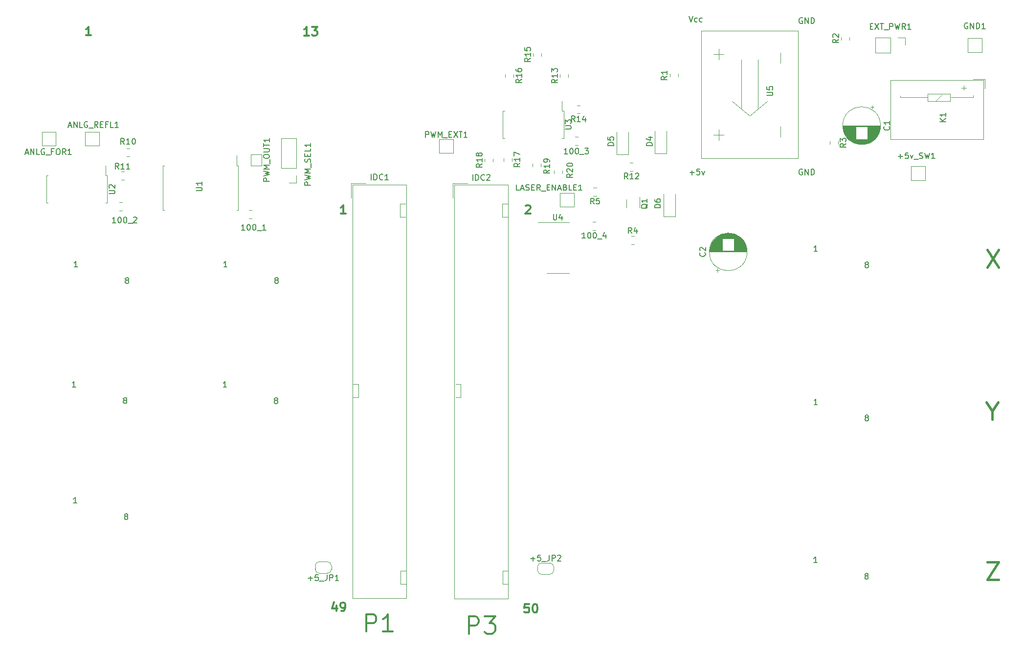
<source format=gbr>
G04 #@! TF.GenerationSoftware,KiCad,Pcbnew,(5.1.4-0-10_14)*
G04 #@! TF.CreationDate,2020-04-27T10:11:36-04:00*
G04 #@! TF.ProjectId,laser_card,6c617365-725f-4636-9172-642e6b696361,rev?*
G04 #@! TF.SameCoordinates,Original*
G04 #@! TF.FileFunction,Legend,Top*
G04 #@! TF.FilePolarity,Positive*
%FSLAX46Y46*%
G04 Gerber Fmt 4.6, Leading zero omitted, Abs format (unit mm)*
G04 Created by KiCad (PCBNEW (5.1.4-0-10_14)) date 2020-04-27 10:11:36*
%MOMM*%
%LPD*%
G04 APERTURE LIST*
%ADD10C,0.150000*%
%ADD11C,0.400000*%
%ADD12C,0.120000*%
%ADD13C,0.300000*%
%ADD14C,0.100000*%
G04 APERTURE END LIST*
D10*
X193538095Y-65600000D02*
X193442857Y-65552380D01*
X193300000Y-65552380D01*
X193157142Y-65600000D01*
X193061904Y-65695238D01*
X193014285Y-65790476D01*
X192966666Y-65980952D01*
X192966666Y-66123809D01*
X193014285Y-66314285D01*
X193061904Y-66409523D01*
X193157142Y-66504761D01*
X193300000Y-66552380D01*
X193395238Y-66552380D01*
X193538095Y-66504761D01*
X193585714Y-66457142D01*
X193585714Y-66123809D01*
X193395238Y-66123809D01*
X194014285Y-66552380D02*
X194014285Y-65552380D01*
X194585714Y-66552380D01*
X194585714Y-65552380D01*
X195061904Y-66552380D02*
X195061904Y-65552380D01*
X195300000Y-65552380D01*
X195442857Y-65600000D01*
X195538095Y-65695238D01*
X195585714Y-65790476D01*
X195633333Y-65980952D01*
X195633333Y-66123809D01*
X195585714Y-66314285D01*
X195538095Y-66409523D01*
X195442857Y-66504761D01*
X195300000Y-66552380D01*
X195061904Y-66552380D01*
X193538095Y-39400000D02*
X193442857Y-39352380D01*
X193300000Y-39352380D01*
X193157142Y-39400000D01*
X193061904Y-39495238D01*
X193014285Y-39590476D01*
X192966666Y-39780952D01*
X192966666Y-39923809D01*
X193014285Y-40114285D01*
X193061904Y-40209523D01*
X193157142Y-40304761D01*
X193300000Y-40352380D01*
X193395238Y-40352380D01*
X193538095Y-40304761D01*
X193585714Y-40257142D01*
X193585714Y-39923809D01*
X193395238Y-39923809D01*
X194014285Y-40352380D02*
X194014285Y-39352380D01*
X194585714Y-40352380D01*
X194585714Y-39352380D01*
X195061904Y-40352380D02*
X195061904Y-39352380D01*
X195300000Y-39352380D01*
X195442857Y-39400000D01*
X195538095Y-39495238D01*
X195585714Y-39590476D01*
X195633333Y-39780952D01*
X195633333Y-39923809D01*
X195585714Y-40114285D01*
X195538095Y-40209523D01*
X195442857Y-40304761D01*
X195300000Y-40352380D01*
X195061904Y-40352380D01*
X174061904Y-66171428D02*
X174823809Y-66171428D01*
X174442857Y-66552380D02*
X174442857Y-65790476D01*
X175776190Y-65552380D02*
X175300000Y-65552380D01*
X175252380Y-66028571D01*
X175300000Y-65980952D01*
X175395238Y-65933333D01*
X175633333Y-65933333D01*
X175728571Y-65980952D01*
X175776190Y-66028571D01*
X175823809Y-66123809D01*
X175823809Y-66361904D01*
X175776190Y-66457142D01*
X175728571Y-66504761D01*
X175633333Y-66552380D01*
X175395238Y-66552380D01*
X175300000Y-66504761D01*
X175252380Y-66457142D01*
X176157142Y-65885714D02*
X176395238Y-66552380D01*
X176633333Y-65885714D01*
X173919047Y-39052380D02*
X174252381Y-40052380D01*
X174585714Y-39052380D01*
X175347619Y-40004761D02*
X175252381Y-40052380D01*
X175061904Y-40052380D01*
X174966666Y-40004761D01*
X174919047Y-39957142D01*
X174871428Y-39861904D01*
X174871428Y-39576190D01*
X174919047Y-39480952D01*
X174966666Y-39433333D01*
X175061904Y-39385714D01*
X175252381Y-39385714D01*
X175347619Y-39433333D01*
X176204762Y-40004761D02*
X176109524Y-40052380D01*
X175919047Y-40052380D01*
X175823809Y-40004761D01*
X175776190Y-39957142D01*
X175728571Y-39861904D01*
X175728571Y-39576190D01*
X175776190Y-39480952D01*
X175823809Y-39433333D01*
X175919047Y-39385714D01*
X176109524Y-39385714D01*
X176204762Y-39433333D01*
D11*
X225542857Y-133657142D02*
X227542857Y-133657142D01*
X225542857Y-136657142D01*
X227542857Y-136657142D01*
X226400000Y-107528571D02*
X226400000Y-108957142D01*
X225400000Y-105957142D02*
X226400000Y-107528571D01*
X227400000Y-105957142D01*
X225542857Y-79557142D02*
X227542857Y-82557142D01*
X227542857Y-79557142D02*
X225542857Y-82557142D01*
D12*
X141700000Y-137500000D02*
X141700000Y-135200000D01*
X142600000Y-137500000D02*
X141700000Y-137500000D01*
X124900000Y-137500000D02*
X124000000Y-137500000D01*
X124000000Y-137500000D02*
X124000000Y-135200000D01*
X124000000Y-135200000D02*
X124900000Y-135200000D01*
X141700000Y-135200000D02*
X142600000Y-135200000D01*
X142500000Y-73900000D02*
X141600000Y-73900000D01*
X124800000Y-73900000D02*
X123900000Y-73900000D01*
X123900000Y-73900000D02*
X123900000Y-71600000D01*
X123900000Y-71600000D02*
X124800000Y-71600000D01*
X141600000Y-71600000D02*
X142500000Y-71600000D01*
X141600000Y-73900000D02*
X141600000Y-71600000D01*
X133500000Y-102800000D02*
X134400000Y-102800000D01*
X134400000Y-105100000D02*
X133500000Y-105100000D01*
X134400000Y-102800000D02*
X134400000Y-105100000D01*
X116700000Y-105100000D02*
X115800000Y-105100000D01*
X116700000Y-102800000D02*
X116700000Y-105100000D01*
X115800000Y-102800000D02*
X116700000Y-102800000D01*
D13*
X135810714Y-146057142D02*
X135810714Y-143057142D01*
X136953571Y-143057142D01*
X137239285Y-143200000D01*
X137382142Y-143342857D01*
X137525000Y-143628571D01*
X137525000Y-144057142D01*
X137382142Y-144342857D01*
X137239285Y-144485714D01*
X136953571Y-144628571D01*
X135810714Y-144628571D01*
X138525000Y-143057142D02*
X140382142Y-143057142D01*
X139382142Y-144200000D01*
X139810714Y-144200000D01*
X140096428Y-144342857D01*
X140239285Y-144485714D01*
X140382142Y-144771428D01*
X140382142Y-145485714D01*
X140239285Y-145771428D01*
X140096428Y-145914285D01*
X139810714Y-146057142D01*
X138953571Y-146057142D01*
X138667857Y-145914285D01*
X138525000Y-145771428D01*
X118060714Y-145682142D02*
X118060714Y-142682142D01*
X119203571Y-142682142D01*
X119489285Y-142825000D01*
X119632142Y-142967857D01*
X119775000Y-143253571D01*
X119775000Y-143682142D01*
X119632142Y-143967857D01*
X119489285Y-144110714D01*
X119203571Y-144253571D01*
X118060714Y-144253571D01*
X122632142Y-145682142D02*
X120917857Y-145682142D01*
X121775000Y-145682142D02*
X121775000Y-142682142D01*
X121489285Y-143110714D01*
X121203571Y-143396428D01*
X120917857Y-143539285D01*
X108139285Y-42453571D02*
X107282142Y-42453571D01*
X107710714Y-42453571D02*
X107710714Y-40953571D01*
X107567857Y-41167857D01*
X107425000Y-41310714D01*
X107282142Y-41382142D01*
X108639285Y-40953571D02*
X109567857Y-40953571D01*
X109067857Y-41525000D01*
X109282142Y-41525000D01*
X109425000Y-41596428D01*
X109496428Y-41667857D01*
X109567857Y-41810714D01*
X109567857Y-42167857D01*
X109496428Y-42310714D01*
X109425000Y-42382142D01*
X109282142Y-42453571D01*
X108853571Y-42453571D01*
X108710714Y-42382142D01*
X108639285Y-42310714D01*
X70378571Y-42403571D02*
X69521428Y-42403571D01*
X69950000Y-42403571D02*
X69950000Y-40903571D01*
X69807142Y-41117857D01*
X69664285Y-41260714D01*
X69521428Y-41332142D01*
X146200857Y-140910571D02*
X145486571Y-140910571D01*
X145415142Y-141624857D01*
X145486571Y-141553428D01*
X145629428Y-141482000D01*
X145986571Y-141482000D01*
X146129428Y-141553428D01*
X146200857Y-141624857D01*
X146272285Y-141767714D01*
X146272285Y-142124857D01*
X146200857Y-142267714D01*
X146129428Y-142339142D01*
X145986571Y-142410571D01*
X145629428Y-142410571D01*
X145486571Y-142339142D01*
X145415142Y-142267714D01*
X147200857Y-140910571D02*
X147343714Y-140910571D01*
X147486571Y-140982000D01*
X147558000Y-141053428D01*
X147629428Y-141196285D01*
X147700857Y-141482000D01*
X147700857Y-141839142D01*
X147629428Y-142124857D01*
X147558000Y-142267714D01*
X147486571Y-142339142D01*
X147343714Y-142410571D01*
X147200857Y-142410571D01*
X147058000Y-142339142D01*
X146986571Y-142267714D01*
X146915142Y-142124857D01*
X146843714Y-141839142D01*
X146843714Y-141482000D01*
X146915142Y-141196285D01*
X146986571Y-141053428D01*
X147058000Y-140982000D01*
X147200857Y-140910571D01*
X112855428Y-141156571D02*
X112855428Y-142156571D01*
X112498285Y-140585142D02*
X112141142Y-141656571D01*
X113069714Y-141656571D01*
X113712571Y-142156571D02*
X113998285Y-142156571D01*
X114141142Y-142085142D01*
X114212571Y-142013714D01*
X114355428Y-141799428D01*
X114426857Y-141513714D01*
X114426857Y-140942285D01*
X114355428Y-140799428D01*
X114284000Y-140728000D01*
X114141142Y-140656571D01*
X113855428Y-140656571D01*
X113712571Y-140728000D01*
X113641142Y-140799428D01*
X113569714Y-140942285D01*
X113569714Y-141299428D01*
X113641142Y-141442285D01*
X113712571Y-141513714D01*
X113855428Y-141585142D01*
X114141142Y-141585142D01*
X114284000Y-141513714D01*
X114355428Y-141442285D01*
X114426857Y-141299428D01*
X145621428Y-71965428D02*
X145692857Y-71894000D01*
X145835714Y-71822571D01*
X146192857Y-71822571D01*
X146335714Y-71894000D01*
X146407142Y-71965428D01*
X146478571Y-72108285D01*
X146478571Y-72251142D01*
X146407142Y-72465428D01*
X145550000Y-73322571D01*
X146478571Y-73322571D01*
X114474571Y-73322571D02*
X113617428Y-73322571D01*
X114046000Y-73322571D02*
X114046000Y-71822571D01*
X113903142Y-72036857D01*
X113760285Y-72179714D01*
X113617428Y-72251142D01*
D12*
X148400000Y-133800000D02*
X149800000Y-133800000D01*
X150500000Y-134500000D02*
X150500000Y-135100000D01*
X149800000Y-135800000D02*
X148400000Y-135800000D01*
X147700000Y-135100000D02*
X147700000Y-134500000D01*
X147700000Y-134500000D02*
G75*
G02X148400000Y-133800000I700000J0D01*
G01*
X148400000Y-135800000D02*
G75*
G02X147700000Y-135100000I0J700000D01*
G01*
X150500000Y-135100000D02*
G75*
G02X149800000Y-135800000I-700000J0D01*
G01*
X149800000Y-133800000D02*
G75*
G02X150500000Y-134500000I0J-700000D01*
G01*
X111300000Y-135600000D02*
X109900000Y-135600000D01*
X109200000Y-134900000D02*
X109200000Y-134300000D01*
X109900000Y-133600000D02*
X111300000Y-133600000D01*
X112000000Y-134300000D02*
X112000000Y-134900000D01*
X112000000Y-134900000D02*
G75*
G02X111300000Y-135600000I-700000J0D01*
G01*
X111300000Y-133600000D02*
G75*
G02X112000000Y-134300000I0J-700000D01*
G01*
X109200000Y-134300000D02*
G75*
G02X109900000Y-133600000I700000J0D01*
G01*
X109900000Y-135600000D02*
G75*
G02X109200000Y-134900000I0J700000D01*
G01*
X98050000Y-64950000D02*
X98050000Y-63050000D01*
X99950000Y-64950000D02*
X98050000Y-64950000D01*
X99950000Y-63050000D02*
X99950000Y-64950000D01*
X98050000Y-63050000D02*
X99950000Y-63050000D01*
X130700000Y-62800000D02*
X130700000Y-60400000D01*
X133100000Y-62800000D02*
X130700000Y-62800000D01*
X133100000Y-60400000D02*
X133100000Y-62800000D01*
X130700000Y-60400000D02*
X133100000Y-60400000D01*
X151600000Y-72100000D02*
X151600000Y-69700000D01*
X154000000Y-72100000D02*
X151600000Y-72100000D01*
X154000000Y-69700000D02*
X154000000Y-72100000D01*
X151600000Y-69700000D02*
X154000000Y-69700000D01*
X69400000Y-61500000D02*
X69400000Y-59100000D01*
X71800000Y-61500000D02*
X69400000Y-61500000D01*
X71800000Y-59100000D02*
X71800000Y-61500000D01*
X69400000Y-59100000D02*
X71800000Y-59100000D01*
X64300000Y-59100000D02*
X64300000Y-61500000D01*
X61900000Y-59100000D02*
X64300000Y-59100000D01*
X61900000Y-61500000D02*
X61900000Y-59100000D01*
X64300000Y-61500000D02*
X61900000Y-61500000D01*
X198290000Y-60741422D02*
X198290000Y-61258578D01*
X199710000Y-60741422D02*
X199710000Y-61258578D01*
X222200000Y-45300000D02*
X222200000Y-42900000D01*
X224600000Y-45300000D02*
X222200000Y-45300000D01*
X224600000Y-42900000D02*
X224600000Y-45300000D01*
X222200000Y-42900000D02*
X224600000Y-42900000D01*
X212400000Y-67500000D02*
X212400000Y-65100000D01*
X214800000Y-67500000D02*
X212400000Y-67500000D01*
X214800000Y-65100000D02*
X214800000Y-67500000D01*
X212400000Y-65100000D02*
X214800000Y-65100000D01*
X151930000Y-55490000D02*
X151930000Y-53825000D01*
X152210000Y-55490000D02*
X151930000Y-55490000D01*
X152210000Y-57875000D02*
X152210000Y-55490000D01*
X152210000Y-60260000D02*
X151930000Y-60260000D01*
X152210000Y-57875000D02*
X152210000Y-60260000D01*
X141690000Y-55490000D02*
X141970000Y-55490000D01*
X141690000Y-57875000D02*
X141690000Y-55490000D01*
X141690000Y-60260000D02*
X141970000Y-60260000D01*
X141690000Y-57875000D02*
X141690000Y-60260000D01*
X72930000Y-66690000D02*
X72930000Y-65025000D01*
X73210000Y-66690000D02*
X72930000Y-66690000D01*
X73210000Y-69075000D02*
X73210000Y-66690000D01*
X73210000Y-71460000D02*
X72930000Y-71460000D01*
X73210000Y-69075000D02*
X73210000Y-71460000D01*
X62690000Y-66690000D02*
X62970000Y-66690000D01*
X62690000Y-69075000D02*
X62690000Y-66690000D01*
X62690000Y-71460000D02*
X62970000Y-71460000D01*
X62690000Y-69075000D02*
X62690000Y-71460000D01*
X151200000Y-74765000D02*
X147750000Y-74765000D01*
X151200000Y-74765000D02*
X153150000Y-74765000D01*
X151200000Y-83635000D02*
X149250000Y-83635000D01*
X151200000Y-83635000D02*
X153150000Y-83635000D01*
X133020000Y-68065000D02*
X135560000Y-68065000D01*
X133020000Y-68065000D02*
X133020000Y-70605000D01*
X133270000Y-68315000D02*
X142620000Y-68315000D01*
X133270000Y-139975000D02*
X133270000Y-68315000D01*
X142620000Y-139975000D02*
X133270000Y-139975000D01*
X142620000Y-68315000D02*
X142620000Y-139975000D01*
X95647440Y-64989240D02*
X95647440Y-63174240D01*
X95882440Y-64989240D02*
X95647440Y-64989240D01*
X95882440Y-68849240D02*
X95882440Y-64989240D01*
X95882440Y-72709240D02*
X95647440Y-72709240D01*
X95882440Y-68849240D02*
X95882440Y-72709240D01*
X82862440Y-64989240D02*
X83097440Y-64989240D01*
X82862440Y-68849240D02*
X82862440Y-64989240D01*
X82862440Y-72709240D02*
X83097440Y-72709240D01*
X82862440Y-68849240D02*
X82862440Y-72709240D01*
X169520360Y-73771320D02*
X169520360Y-69871320D01*
X171520360Y-73771320D02*
X171520360Y-69871320D01*
X169520360Y-73771320D02*
X171520360Y-73771320D01*
X161417760Y-63016960D02*
X161417760Y-59116960D01*
X163417760Y-63016960D02*
X163417760Y-59116960D01*
X161417760Y-63016960D02*
X163417760Y-63016960D01*
X168011600Y-62829800D02*
X168011600Y-58979800D01*
X170011600Y-62829800D02*
X170011600Y-58979800D01*
X168011600Y-62829800D02*
X170011600Y-62829800D01*
X163066480Y-70862000D02*
X163066480Y-72262000D01*
X165386480Y-72262000D02*
X165386480Y-70362000D01*
X115420200Y-68004120D02*
X117960200Y-68004120D01*
X115420200Y-68004120D02*
X115420200Y-70544120D01*
X115670200Y-68254120D02*
X125020200Y-68254120D01*
X115670200Y-139914120D02*
X115670200Y-68254120D01*
X125020200Y-139914120D02*
X115670200Y-139914120D01*
X125020200Y-68254120D02*
X125020200Y-139914120D01*
D14*
X189746305Y-58200927D02*
X189746305Y-60027152D01*
X189746305Y-45385058D02*
X189746305Y-47211283D01*
X179973919Y-59625968D02*
X178147694Y-59625968D01*
X179060807Y-58712856D02*
X179060807Y-60539081D01*
X179060807Y-44758876D02*
X179060807Y-46585101D01*
X179973919Y-45671988D02*
X178147694Y-45671988D01*
X183000427Y-46639291D02*
X183000427Y-55144010D01*
X184449720Y-56316593D02*
X181415986Y-53792575D01*
X184449720Y-56316593D02*
X187483454Y-53792575D01*
X185899013Y-46639291D02*
X185899013Y-55144010D01*
X192831719Y-41656000D02*
X176067720Y-41656000D01*
X192831719Y-63754000D02*
X192831719Y-41656000D01*
X176067720Y-63754000D02*
X192831719Y-63754000D01*
X176067720Y-41656000D02*
X176067720Y-63754000D01*
D12*
X164225738Y-64476560D02*
X163708582Y-64476560D01*
X164225738Y-65896560D02*
X163708582Y-65896560D01*
X77055478Y-61984820D02*
X76538322Y-61984820D01*
X77055478Y-63404820D02*
X76538322Y-63404820D01*
X157885898Y-68809800D02*
X157368742Y-68809800D01*
X157885898Y-70229800D02*
X157368742Y-70229800D01*
X163929322Y-78606720D02*
X164446478Y-78606720D01*
X163929322Y-77186720D02*
X164446478Y-77186720D01*
X201710000Y-43196078D02*
X201710000Y-42678922D01*
X200290000Y-43196078D02*
X200290000Y-42678922D01*
X172032120Y-49600458D02*
X172032120Y-49083302D01*
X170612120Y-49600458D02*
X170612120Y-49083302D01*
X105978000Y-67987220D02*
X104648000Y-67987220D01*
X105978000Y-66657220D02*
X105978000Y-67987220D01*
X105978000Y-65387220D02*
X103318000Y-65387220D01*
X103318000Y-65387220D02*
X103318000Y-60247220D01*
X105978000Y-65387220D02*
X105978000Y-60247220D01*
X105978000Y-60247220D02*
X103318000Y-60247220D01*
X215238000Y-52516000D02*
X219175000Y-52516000D01*
X215238000Y-53786000D02*
X215238000Y-52516000D01*
X219175000Y-53786000D02*
X215238000Y-53786000D01*
X219175000Y-52516000D02*
X219175000Y-53786000D01*
X217778000Y-52643000D02*
X216635000Y-53786000D01*
X210539000Y-53151000D02*
X210539000Y-52897000D01*
X215238000Y-53151000D02*
X210539000Y-53151000D01*
X223112000Y-53151000D02*
X223112000Y-52770000D01*
X219302000Y-53151000D02*
X223112000Y-53151000D01*
X224912000Y-50200000D02*
X224912000Y-60400000D01*
X208812000Y-50200000D02*
X224912000Y-50200000D01*
X208812000Y-60400000D02*
X208812000Y-50200000D01*
X224912000Y-60400000D02*
X208812000Y-60400000D01*
X221912000Y-51500000D02*
X221112000Y-51500000D01*
X221512000Y-51900000D02*
X221512000Y-51100000D01*
X223112000Y-50000000D02*
X225112000Y-50000000D01*
X225112000Y-50000000D02*
X225112000Y-51600000D01*
X211370000Y-42770000D02*
X211370000Y-44100000D01*
X210040000Y-42770000D02*
X211370000Y-42770000D01*
X208770000Y-42770000D02*
X208770000Y-45430000D01*
X208770000Y-45430000D02*
X206170000Y-45430000D01*
X208770000Y-42770000D02*
X206170000Y-42770000D01*
X206170000Y-42770000D02*
X206170000Y-45430000D01*
X178556840Y-83098401D02*
X179186840Y-83098401D01*
X178871840Y-83413401D02*
X178871840Y-82783401D01*
X180308840Y-76672160D02*
X181112840Y-76672160D01*
X180077840Y-76712160D02*
X181343840Y-76712160D01*
X179908840Y-76752160D02*
X181512840Y-76752160D01*
X179770840Y-76792160D02*
X181650840Y-76792160D01*
X179651840Y-76832160D02*
X181769840Y-76832160D01*
X179545840Y-76872160D02*
X181875840Y-76872160D01*
X179448840Y-76912160D02*
X181972840Y-76912160D01*
X179360840Y-76952160D02*
X182060840Y-76952160D01*
X179278840Y-76992160D02*
X182142840Y-76992160D01*
X179201840Y-77032160D02*
X182219840Y-77032160D01*
X179129840Y-77072160D02*
X182291840Y-77072160D01*
X179060840Y-77112160D02*
X182360840Y-77112160D01*
X178996840Y-77152160D02*
X182424840Y-77152160D01*
X178934840Y-77192160D02*
X182486840Y-77192160D01*
X178876840Y-77232160D02*
X182544840Y-77232160D01*
X178820840Y-77272160D02*
X182600840Y-77272160D01*
X178766840Y-77312160D02*
X182654840Y-77312160D01*
X178715840Y-77352160D02*
X182705840Y-77352160D01*
X178666840Y-77392160D02*
X182754840Y-77392160D01*
X178618840Y-77432160D02*
X182802840Y-77432160D01*
X178573840Y-77472160D02*
X182847840Y-77472160D01*
X178528840Y-77512160D02*
X182892840Y-77512160D01*
X178486840Y-77552160D02*
X182934840Y-77552160D01*
X178445840Y-77592160D02*
X182975840Y-77592160D01*
X181750840Y-77632160D02*
X183015840Y-77632160D01*
X178405840Y-77632160D02*
X179670840Y-77632160D01*
X181750840Y-77672160D02*
X183053840Y-77672160D01*
X178367840Y-77672160D02*
X179670840Y-77672160D01*
X181750840Y-77712160D02*
X183090840Y-77712160D01*
X178330840Y-77712160D02*
X179670840Y-77712160D01*
X181750840Y-77752160D02*
X183126840Y-77752160D01*
X178294840Y-77752160D02*
X179670840Y-77752160D01*
X181750840Y-77792160D02*
X183160840Y-77792160D01*
X178260840Y-77792160D02*
X179670840Y-77792160D01*
X181750840Y-77832160D02*
X183194840Y-77832160D01*
X178226840Y-77832160D02*
X179670840Y-77832160D01*
X181750840Y-77872160D02*
X183226840Y-77872160D01*
X178194840Y-77872160D02*
X179670840Y-77872160D01*
X181750840Y-77912160D02*
X183258840Y-77912160D01*
X178162840Y-77912160D02*
X179670840Y-77912160D01*
X181750840Y-77952160D02*
X183288840Y-77952160D01*
X178132840Y-77952160D02*
X179670840Y-77952160D01*
X181750840Y-77992160D02*
X183317840Y-77992160D01*
X178103840Y-77992160D02*
X179670840Y-77992160D01*
X181750840Y-78032160D02*
X183346840Y-78032160D01*
X178074840Y-78032160D02*
X179670840Y-78032160D01*
X181750840Y-78072160D02*
X183374840Y-78072160D01*
X178046840Y-78072160D02*
X179670840Y-78072160D01*
X181750840Y-78112160D02*
X183400840Y-78112160D01*
X178020840Y-78112160D02*
X179670840Y-78112160D01*
X181750840Y-78152160D02*
X183426840Y-78152160D01*
X177994840Y-78152160D02*
X179670840Y-78152160D01*
X181750840Y-78192160D02*
X183452840Y-78192160D01*
X177968840Y-78192160D02*
X179670840Y-78192160D01*
X181750840Y-78232160D02*
X183476840Y-78232160D01*
X177944840Y-78232160D02*
X179670840Y-78232160D01*
X181750840Y-78272160D02*
X183500840Y-78272160D01*
X177920840Y-78272160D02*
X179670840Y-78272160D01*
X181750840Y-78312160D02*
X183522840Y-78312160D01*
X177898840Y-78312160D02*
X179670840Y-78312160D01*
X181750840Y-78352160D02*
X183544840Y-78352160D01*
X177876840Y-78352160D02*
X179670840Y-78352160D01*
X181750840Y-78392160D02*
X183566840Y-78392160D01*
X177854840Y-78392160D02*
X179670840Y-78392160D01*
X181750840Y-78432160D02*
X183586840Y-78432160D01*
X177834840Y-78432160D02*
X179670840Y-78432160D01*
X181750840Y-78472160D02*
X183606840Y-78472160D01*
X177814840Y-78472160D02*
X179670840Y-78472160D01*
X181750840Y-78512160D02*
X183626840Y-78512160D01*
X177794840Y-78512160D02*
X179670840Y-78512160D01*
X181750840Y-78552160D02*
X183644840Y-78552160D01*
X177776840Y-78552160D02*
X179670840Y-78552160D01*
X181750840Y-78592160D02*
X183662840Y-78592160D01*
X177758840Y-78592160D02*
X179670840Y-78592160D01*
X181750840Y-78632160D02*
X183680840Y-78632160D01*
X177740840Y-78632160D02*
X179670840Y-78632160D01*
X181750840Y-78672160D02*
X183696840Y-78672160D01*
X177724840Y-78672160D02*
X179670840Y-78672160D01*
X181750840Y-78712160D02*
X183712840Y-78712160D01*
X177708840Y-78712160D02*
X179670840Y-78712160D01*
X181750840Y-78752160D02*
X183728840Y-78752160D01*
X177692840Y-78752160D02*
X179670840Y-78752160D01*
X181750840Y-78792160D02*
X183743840Y-78792160D01*
X177677840Y-78792160D02*
X179670840Y-78792160D01*
X181750840Y-78832160D02*
X183757840Y-78832160D01*
X177663840Y-78832160D02*
X179670840Y-78832160D01*
X181750840Y-78872160D02*
X183771840Y-78872160D01*
X177649840Y-78872160D02*
X179670840Y-78872160D01*
X181750840Y-78912160D02*
X183784840Y-78912160D01*
X177636840Y-78912160D02*
X179670840Y-78912160D01*
X181750840Y-78952160D02*
X183796840Y-78952160D01*
X177624840Y-78952160D02*
X179670840Y-78952160D01*
X181750840Y-78992160D02*
X183808840Y-78992160D01*
X177612840Y-78992160D02*
X179670840Y-78992160D01*
X181750840Y-79032160D02*
X183820840Y-79032160D01*
X177600840Y-79032160D02*
X179670840Y-79032160D01*
X181750840Y-79072160D02*
X183831840Y-79072160D01*
X177589840Y-79072160D02*
X179670840Y-79072160D01*
X181750840Y-79112160D02*
X183841840Y-79112160D01*
X177579840Y-79112160D02*
X179670840Y-79112160D01*
X181750840Y-79152160D02*
X183851840Y-79152160D01*
X177569840Y-79152160D02*
X179670840Y-79152160D01*
X181750840Y-79192160D02*
X183860840Y-79192160D01*
X177560840Y-79192160D02*
X179670840Y-79192160D01*
X181750840Y-79233160D02*
X183869840Y-79233160D01*
X177551840Y-79233160D02*
X179670840Y-79233160D01*
X181750840Y-79273160D02*
X183877840Y-79273160D01*
X177543840Y-79273160D02*
X179670840Y-79273160D01*
X181750840Y-79313160D02*
X183885840Y-79313160D01*
X177535840Y-79313160D02*
X179670840Y-79313160D01*
X181750840Y-79353160D02*
X183892840Y-79353160D01*
X177528840Y-79353160D02*
X179670840Y-79353160D01*
X181750840Y-79393160D02*
X183899840Y-79393160D01*
X177521840Y-79393160D02*
X179670840Y-79393160D01*
X181750840Y-79433160D02*
X183905840Y-79433160D01*
X177515840Y-79433160D02*
X179670840Y-79433160D01*
X181750840Y-79473160D02*
X183911840Y-79473160D01*
X177509840Y-79473160D02*
X179670840Y-79473160D01*
X181750840Y-79513160D02*
X183916840Y-79513160D01*
X177504840Y-79513160D02*
X179670840Y-79513160D01*
X181750840Y-79553160D02*
X183921840Y-79553160D01*
X177499840Y-79553160D02*
X179670840Y-79553160D01*
X181750840Y-79593160D02*
X183925840Y-79593160D01*
X177495840Y-79593160D02*
X179670840Y-79593160D01*
X181750840Y-79633160D02*
X183928840Y-79633160D01*
X177492840Y-79633160D02*
X179670840Y-79633160D01*
X181750840Y-79673160D02*
X183932840Y-79673160D01*
X177488840Y-79673160D02*
X179670840Y-79673160D01*
X177486840Y-79713160D02*
X183934840Y-79713160D01*
X177483840Y-79753160D02*
X183937840Y-79753160D01*
X177482840Y-79793160D02*
X183938840Y-79793160D01*
X177480840Y-79833160D02*
X183940840Y-79833160D01*
X177480840Y-79873160D02*
X183940840Y-79873160D01*
X177480840Y-79913160D02*
X183940840Y-79913160D01*
X183980840Y-79913160D02*
G75*
G03X183980840Y-79913160I-3270000J0D01*
G01*
X205966000Y-54864759D02*
X205336000Y-54864759D01*
X205651000Y-54549759D02*
X205651000Y-55179759D01*
X204214000Y-61291000D02*
X203410000Y-61291000D01*
X204445000Y-61251000D02*
X203179000Y-61251000D01*
X204614000Y-61211000D02*
X203010000Y-61211000D01*
X204752000Y-61171000D02*
X202872000Y-61171000D01*
X204871000Y-61131000D02*
X202753000Y-61131000D01*
X204977000Y-61091000D02*
X202647000Y-61091000D01*
X205074000Y-61051000D02*
X202550000Y-61051000D01*
X205162000Y-61011000D02*
X202462000Y-61011000D01*
X205244000Y-60971000D02*
X202380000Y-60971000D01*
X205321000Y-60931000D02*
X202303000Y-60931000D01*
X205393000Y-60891000D02*
X202231000Y-60891000D01*
X205462000Y-60851000D02*
X202162000Y-60851000D01*
X205526000Y-60811000D02*
X202098000Y-60811000D01*
X205588000Y-60771000D02*
X202036000Y-60771000D01*
X205646000Y-60731000D02*
X201978000Y-60731000D01*
X205702000Y-60691000D02*
X201922000Y-60691000D01*
X205756000Y-60651000D02*
X201868000Y-60651000D01*
X205807000Y-60611000D02*
X201817000Y-60611000D01*
X205856000Y-60571000D02*
X201768000Y-60571000D01*
X205904000Y-60531000D02*
X201720000Y-60531000D01*
X205949000Y-60491000D02*
X201675000Y-60491000D01*
X205994000Y-60451000D02*
X201630000Y-60451000D01*
X206036000Y-60411000D02*
X201588000Y-60411000D01*
X206077000Y-60371000D02*
X201547000Y-60371000D01*
X202772000Y-60331000D02*
X201507000Y-60331000D01*
X206117000Y-60331000D02*
X204852000Y-60331000D01*
X202772000Y-60291000D02*
X201469000Y-60291000D01*
X206155000Y-60291000D02*
X204852000Y-60291000D01*
X202772000Y-60251000D02*
X201432000Y-60251000D01*
X206192000Y-60251000D02*
X204852000Y-60251000D01*
X202772000Y-60211000D02*
X201396000Y-60211000D01*
X206228000Y-60211000D02*
X204852000Y-60211000D01*
X202772000Y-60171000D02*
X201362000Y-60171000D01*
X206262000Y-60171000D02*
X204852000Y-60171000D01*
X202772000Y-60131000D02*
X201328000Y-60131000D01*
X206296000Y-60131000D02*
X204852000Y-60131000D01*
X202772000Y-60091000D02*
X201296000Y-60091000D01*
X206328000Y-60091000D02*
X204852000Y-60091000D01*
X202772000Y-60051000D02*
X201264000Y-60051000D01*
X206360000Y-60051000D02*
X204852000Y-60051000D01*
X202772000Y-60011000D02*
X201234000Y-60011000D01*
X206390000Y-60011000D02*
X204852000Y-60011000D01*
X202772000Y-59971000D02*
X201205000Y-59971000D01*
X206419000Y-59971000D02*
X204852000Y-59971000D01*
X202772000Y-59931000D02*
X201176000Y-59931000D01*
X206448000Y-59931000D02*
X204852000Y-59931000D01*
X202772000Y-59891000D02*
X201148000Y-59891000D01*
X206476000Y-59891000D02*
X204852000Y-59891000D01*
X202772000Y-59851000D02*
X201122000Y-59851000D01*
X206502000Y-59851000D02*
X204852000Y-59851000D01*
X202772000Y-59811000D02*
X201096000Y-59811000D01*
X206528000Y-59811000D02*
X204852000Y-59811000D01*
X202772000Y-59771000D02*
X201070000Y-59771000D01*
X206554000Y-59771000D02*
X204852000Y-59771000D01*
X202772000Y-59731000D02*
X201046000Y-59731000D01*
X206578000Y-59731000D02*
X204852000Y-59731000D01*
X202772000Y-59691000D02*
X201022000Y-59691000D01*
X206602000Y-59691000D02*
X204852000Y-59691000D01*
X202772000Y-59651000D02*
X201000000Y-59651000D01*
X206624000Y-59651000D02*
X204852000Y-59651000D01*
X202772000Y-59611000D02*
X200978000Y-59611000D01*
X206646000Y-59611000D02*
X204852000Y-59611000D01*
X202772000Y-59571000D02*
X200956000Y-59571000D01*
X206668000Y-59571000D02*
X204852000Y-59571000D01*
X202772000Y-59531000D02*
X200936000Y-59531000D01*
X206688000Y-59531000D02*
X204852000Y-59531000D01*
X202772000Y-59491000D02*
X200916000Y-59491000D01*
X206708000Y-59491000D02*
X204852000Y-59491000D01*
X202772000Y-59451000D02*
X200896000Y-59451000D01*
X206728000Y-59451000D02*
X204852000Y-59451000D01*
X202772000Y-59411000D02*
X200878000Y-59411000D01*
X206746000Y-59411000D02*
X204852000Y-59411000D01*
X202772000Y-59371000D02*
X200860000Y-59371000D01*
X206764000Y-59371000D02*
X204852000Y-59371000D01*
X202772000Y-59331000D02*
X200842000Y-59331000D01*
X206782000Y-59331000D02*
X204852000Y-59331000D01*
X202772000Y-59291000D02*
X200826000Y-59291000D01*
X206798000Y-59291000D02*
X204852000Y-59291000D01*
X202772000Y-59251000D02*
X200810000Y-59251000D01*
X206814000Y-59251000D02*
X204852000Y-59251000D01*
X202772000Y-59211000D02*
X200794000Y-59211000D01*
X206830000Y-59211000D02*
X204852000Y-59211000D01*
X202772000Y-59171000D02*
X200779000Y-59171000D01*
X206845000Y-59171000D02*
X204852000Y-59171000D01*
X202772000Y-59131000D02*
X200765000Y-59131000D01*
X206859000Y-59131000D02*
X204852000Y-59131000D01*
X202772000Y-59091000D02*
X200751000Y-59091000D01*
X206873000Y-59091000D02*
X204852000Y-59091000D01*
X202772000Y-59051000D02*
X200738000Y-59051000D01*
X206886000Y-59051000D02*
X204852000Y-59051000D01*
X202772000Y-59011000D02*
X200726000Y-59011000D01*
X206898000Y-59011000D02*
X204852000Y-59011000D01*
X202772000Y-58971000D02*
X200714000Y-58971000D01*
X206910000Y-58971000D02*
X204852000Y-58971000D01*
X202772000Y-58931000D02*
X200702000Y-58931000D01*
X206922000Y-58931000D02*
X204852000Y-58931000D01*
X202772000Y-58891000D02*
X200691000Y-58891000D01*
X206933000Y-58891000D02*
X204852000Y-58891000D01*
X202772000Y-58851000D02*
X200681000Y-58851000D01*
X206943000Y-58851000D02*
X204852000Y-58851000D01*
X202772000Y-58811000D02*
X200671000Y-58811000D01*
X206953000Y-58811000D02*
X204852000Y-58811000D01*
X202772000Y-58771000D02*
X200662000Y-58771000D01*
X206962000Y-58771000D02*
X204852000Y-58771000D01*
X202772000Y-58730000D02*
X200653000Y-58730000D01*
X206971000Y-58730000D02*
X204852000Y-58730000D01*
X202772000Y-58690000D02*
X200645000Y-58690000D01*
X206979000Y-58690000D02*
X204852000Y-58690000D01*
X202772000Y-58650000D02*
X200637000Y-58650000D01*
X206987000Y-58650000D02*
X204852000Y-58650000D01*
X202772000Y-58610000D02*
X200630000Y-58610000D01*
X206994000Y-58610000D02*
X204852000Y-58610000D01*
X202772000Y-58570000D02*
X200623000Y-58570000D01*
X207001000Y-58570000D02*
X204852000Y-58570000D01*
X202772000Y-58530000D02*
X200617000Y-58530000D01*
X207007000Y-58530000D02*
X204852000Y-58530000D01*
X202772000Y-58490000D02*
X200611000Y-58490000D01*
X207013000Y-58490000D02*
X204852000Y-58490000D01*
X202772000Y-58450000D02*
X200606000Y-58450000D01*
X207018000Y-58450000D02*
X204852000Y-58450000D01*
X202772000Y-58410000D02*
X200601000Y-58410000D01*
X207023000Y-58410000D02*
X204852000Y-58410000D01*
X202772000Y-58370000D02*
X200597000Y-58370000D01*
X207027000Y-58370000D02*
X204852000Y-58370000D01*
X202772000Y-58330000D02*
X200594000Y-58330000D01*
X207030000Y-58330000D02*
X204852000Y-58330000D01*
X202772000Y-58290000D02*
X200590000Y-58290000D01*
X207034000Y-58290000D02*
X204852000Y-58290000D01*
X207036000Y-58250000D02*
X200588000Y-58250000D01*
X207039000Y-58210000D02*
X200585000Y-58210000D01*
X207040000Y-58170000D02*
X200584000Y-58170000D01*
X207042000Y-58130000D02*
X200582000Y-58130000D01*
X207042000Y-58090000D02*
X200582000Y-58090000D01*
X207042000Y-58050000D02*
X200582000Y-58050000D01*
X207082000Y-58050000D02*
G75*
G03X207082000Y-58050000I-3270000J0D01*
G01*
X154160722Y-61436320D02*
X154677878Y-61436320D01*
X154160722Y-60016320D02*
X154677878Y-60016320D01*
X75308722Y-72739320D02*
X75825878Y-72739320D01*
X75308722Y-71319320D02*
X75825878Y-71319320D01*
X97739702Y-74126160D02*
X98256858Y-74126160D01*
X97739702Y-72706160D02*
X98256858Y-72706160D01*
X153033800Y-49669198D02*
X153033800Y-49152042D01*
X151613800Y-49669198D02*
X151613800Y-49152042D01*
X155058878Y-54542620D02*
X154541722Y-54542620D01*
X155058878Y-55962620D02*
X154541722Y-55962620D01*
X148372900Y-46001198D02*
X148372900Y-45484042D01*
X146952900Y-46001198D02*
X146952900Y-45484042D01*
X142126900Y-49126642D02*
X142126900Y-49643798D01*
X143546900Y-49126642D02*
X143546900Y-49643798D01*
X141844960Y-63678302D02*
X141844960Y-64195458D01*
X143264960Y-63678302D02*
X143264960Y-64195458D01*
X139990900Y-64274198D02*
X139990900Y-63757042D01*
X138570900Y-64274198D02*
X138570900Y-63757042D01*
X146838600Y-64673742D02*
X146838600Y-65190898D01*
X148258600Y-64673742D02*
X148258600Y-65190898D01*
X152017800Y-66308498D02*
X152017800Y-65791342D01*
X150597800Y-66308498D02*
X150597800Y-65791342D01*
X75588122Y-67456120D02*
X76105278Y-67456120D01*
X75588122Y-66036120D02*
X76105278Y-66036120D01*
X157763978Y-74735620D02*
X157246822Y-74735620D01*
X157763978Y-76155620D02*
X157246822Y-76155620D01*
D10*
X146504761Y-133071428D02*
X147266666Y-133071428D01*
X146885714Y-133452380D02*
X146885714Y-132690476D01*
X148219047Y-132452380D02*
X147742857Y-132452380D01*
X147695238Y-132928571D01*
X147742857Y-132880952D01*
X147838095Y-132833333D01*
X148076190Y-132833333D01*
X148171428Y-132880952D01*
X148219047Y-132928571D01*
X148266666Y-133023809D01*
X148266666Y-133261904D01*
X148219047Y-133357142D01*
X148171428Y-133404761D01*
X148076190Y-133452380D01*
X147838095Y-133452380D01*
X147742857Y-133404761D01*
X147695238Y-133357142D01*
X148457142Y-133547619D02*
X149219047Y-133547619D01*
X149742857Y-132452380D02*
X149742857Y-133166666D01*
X149695238Y-133309523D01*
X149600000Y-133404761D01*
X149457142Y-133452380D01*
X149361904Y-133452380D01*
X150219047Y-133452380D02*
X150219047Y-132452380D01*
X150600000Y-132452380D01*
X150695238Y-132500000D01*
X150742857Y-132547619D01*
X150790476Y-132642857D01*
X150790476Y-132785714D01*
X150742857Y-132880952D01*
X150695238Y-132928571D01*
X150600000Y-132976190D01*
X150219047Y-132976190D01*
X151171428Y-132547619D02*
X151219047Y-132500000D01*
X151314285Y-132452380D01*
X151552380Y-132452380D01*
X151647619Y-132500000D01*
X151695238Y-132547619D01*
X151742857Y-132642857D01*
X151742857Y-132738095D01*
X151695238Y-132880952D01*
X151123809Y-133452380D01*
X151742857Y-133452380D01*
X108004761Y-136471428D02*
X108766666Y-136471428D01*
X108385714Y-136852380D02*
X108385714Y-136090476D01*
X109719047Y-135852380D02*
X109242857Y-135852380D01*
X109195238Y-136328571D01*
X109242857Y-136280952D01*
X109338095Y-136233333D01*
X109576190Y-136233333D01*
X109671428Y-136280952D01*
X109719047Y-136328571D01*
X109766666Y-136423809D01*
X109766666Y-136661904D01*
X109719047Y-136757142D01*
X109671428Y-136804761D01*
X109576190Y-136852380D01*
X109338095Y-136852380D01*
X109242857Y-136804761D01*
X109195238Y-136757142D01*
X109957142Y-136947619D02*
X110719047Y-136947619D01*
X111242857Y-135852380D02*
X111242857Y-136566666D01*
X111195238Y-136709523D01*
X111100000Y-136804761D01*
X110957142Y-136852380D01*
X110861904Y-136852380D01*
X111719047Y-136852380D02*
X111719047Y-135852380D01*
X112100000Y-135852380D01*
X112195238Y-135900000D01*
X112242857Y-135947619D01*
X112290476Y-136042857D01*
X112290476Y-136185714D01*
X112242857Y-136280952D01*
X112195238Y-136328571D01*
X112100000Y-136376190D01*
X111719047Y-136376190D01*
X113242857Y-136852380D02*
X112671428Y-136852380D01*
X112957142Y-136852380D02*
X112957142Y-135852380D01*
X112861904Y-135995238D01*
X112766666Y-136090476D01*
X112671428Y-136138095D01*
X101252380Y-67690476D02*
X100252380Y-67690476D01*
X100252380Y-67309523D01*
X100300000Y-67214285D01*
X100347619Y-67166666D01*
X100442857Y-67119047D01*
X100585714Y-67119047D01*
X100680952Y-67166666D01*
X100728571Y-67214285D01*
X100776190Y-67309523D01*
X100776190Y-67690476D01*
X100252380Y-66785714D02*
X101252380Y-66547619D01*
X100538095Y-66357142D01*
X101252380Y-66166666D01*
X100252380Y-65928571D01*
X101252380Y-65547619D02*
X100252380Y-65547619D01*
X100966666Y-65214285D01*
X100252380Y-64880952D01*
X101252380Y-64880952D01*
X101347619Y-64642857D02*
X101347619Y-63880952D01*
X100252380Y-63452380D02*
X100252380Y-63261904D01*
X100300000Y-63166666D01*
X100395238Y-63071428D01*
X100585714Y-63023809D01*
X100919047Y-63023809D01*
X101109523Y-63071428D01*
X101204761Y-63166666D01*
X101252380Y-63261904D01*
X101252380Y-63452380D01*
X101204761Y-63547619D01*
X101109523Y-63642857D01*
X100919047Y-63690476D01*
X100585714Y-63690476D01*
X100395238Y-63642857D01*
X100300000Y-63547619D01*
X100252380Y-63452380D01*
X100252380Y-62595238D02*
X101061904Y-62595238D01*
X101157142Y-62547619D01*
X101204761Y-62500000D01*
X101252380Y-62404761D01*
X101252380Y-62214285D01*
X101204761Y-62119047D01*
X101157142Y-62071428D01*
X101061904Y-62023809D01*
X100252380Y-62023809D01*
X100252380Y-61690476D02*
X100252380Y-61119047D01*
X101252380Y-61404761D02*
X100252380Y-61404761D01*
X101252380Y-60261904D02*
X101252380Y-60833333D01*
X101252380Y-60547619D02*
X100252380Y-60547619D01*
X100395238Y-60642857D01*
X100490476Y-60738095D01*
X100538095Y-60833333D01*
X128328571Y-60054380D02*
X128328571Y-59054380D01*
X128709523Y-59054380D01*
X128804761Y-59102000D01*
X128852380Y-59149619D01*
X128900000Y-59244857D01*
X128900000Y-59387714D01*
X128852380Y-59482952D01*
X128804761Y-59530571D01*
X128709523Y-59578190D01*
X128328571Y-59578190D01*
X129233333Y-59054380D02*
X129471428Y-60054380D01*
X129661904Y-59340095D01*
X129852380Y-60054380D01*
X130090476Y-59054380D01*
X130471428Y-60054380D02*
X130471428Y-59054380D01*
X130804761Y-59768666D01*
X131138095Y-59054380D01*
X131138095Y-60054380D01*
X131376190Y-60149619D02*
X132138095Y-60149619D01*
X132376190Y-59530571D02*
X132709523Y-59530571D01*
X132852380Y-60054380D02*
X132376190Y-60054380D01*
X132376190Y-59054380D01*
X132852380Y-59054380D01*
X133185714Y-59054380D02*
X133852380Y-60054380D01*
X133852380Y-59054380D02*
X133185714Y-60054380D01*
X134090476Y-59054380D02*
X134661904Y-59054380D01*
X134376190Y-60054380D02*
X134376190Y-59054380D01*
X135519047Y-60054380D02*
X134947619Y-60054380D01*
X135233333Y-60054380D02*
X135233333Y-59054380D01*
X135138095Y-59197238D01*
X135042857Y-59292476D01*
X134947619Y-59340095D01*
X144533333Y-69252380D02*
X144057142Y-69252380D01*
X144057142Y-68252380D01*
X144819047Y-68966666D02*
X145295238Y-68966666D01*
X144723809Y-69252380D02*
X145057142Y-68252380D01*
X145390476Y-69252380D01*
X145676190Y-69204761D02*
X145819047Y-69252380D01*
X146057142Y-69252380D01*
X146152380Y-69204761D01*
X146200000Y-69157142D01*
X146247619Y-69061904D01*
X146247619Y-68966666D01*
X146200000Y-68871428D01*
X146152380Y-68823809D01*
X146057142Y-68776190D01*
X145866666Y-68728571D01*
X145771428Y-68680952D01*
X145723809Y-68633333D01*
X145676190Y-68538095D01*
X145676190Y-68442857D01*
X145723809Y-68347619D01*
X145771428Y-68300000D01*
X145866666Y-68252380D01*
X146104761Y-68252380D01*
X146247619Y-68300000D01*
X146676190Y-68728571D02*
X147009523Y-68728571D01*
X147152380Y-69252380D02*
X146676190Y-69252380D01*
X146676190Y-68252380D01*
X147152380Y-68252380D01*
X148152380Y-69252380D02*
X147819047Y-68776190D01*
X147580952Y-69252380D02*
X147580952Y-68252380D01*
X147961904Y-68252380D01*
X148057142Y-68300000D01*
X148104761Y-68347619D01*
X148152380Y-68442857D01*
X148152380Y-68585714D01*
X148104761Y-68680952D01*
X148057142Y-68728571D01*
X147961904Y-68776190D01*
X147580952Y-68776190D01*
X148342857Y-69347619D02*
X149104761Y-69347619D01*
X149342857Y-68728571D02*
X149676190Y-68728571D01*
X149819047Y-69252380D02*
X149342857Y-69252380D01*
X149342857Y-68252380D01*
X149819047Y-68252380D01*
X150247619Y-69252380D02*
X150247619Y-68252380D01*
X150819047Y-69252380D01*
X150819047Y-68252380D01*
X151247619Y-68966666D02*
X151723809Y-68966666D01*
X151152380Y-69252380D02*
X151485714Y-68252380D01*
X151819047Y-69252380D01*
X152485714Y-68728571D02*
X152628571Y-68776190D01*
X152676190Y-68823809D01*
X152723809Y-68919047D01*
X152723809Y-69061904D01*
X152676190Y-69157142D01*
X152628571Y-69204761D01*
X152533333Y-69252380D01*
X152152380Y-69252380D01*
X152152380Y-68252380D01*
X152485714Y-68252380D01*
X152580952Y-68300000D01*
X152628571Y-68347619D01*
X152676190Y-68442857D01*
X152676190Y-68538095D01*
X152628571Y-68633333D01*
X152580952Y-68680952D01*
X152485714Y-68728571D01*
X152152380Y-68728571D01*
X153628571Y-69252380D02*
X153152380Y-69252380D01*
X153152380Y-68252380D01*
X153961904Y-68728571D02*
X154295238Y-68728571D01*
X154438095Y-69252380D02*
X153961904Y-69252380D01*
X153961904Y-68252380D01*
X154438095Y-68252380D01*
X155390476Y-69252380D02*
X154819047Y-69252380D01*
X155104761Y-69252380D02*
X155104761Y-68252380D01*
X155009523Y-68395238D01*
X154914285Y-68490476D01*
X154819047Y-68538095D01*
X66490476Y-58066666D02*
X66966666Y-58066666D01*
X66395238Y-58352380D02*
X66728571Y-57352380D01*
X67061904Y-58352380D01*
X67395238Y-58352380D02*
X67395238Y-57352380D01*
X67966666Y-58352380D01*
X67966666Y-57352380D01*
X68919047Y-58352380D02*
X68442857Y-58352380D01*
X68442857Y-57352380D01*
X69776190Y-57400000D02*
X69680952Y-57352380D01*
X69538095Y-57352380D01*
X69395238Y-57400000D01*
X69300000Y-57495238D01*
X69252380Y-57590476D01*
X69204761Y-57780952D01*
X69204761Y-57923809D01*
X69252380Y-58114285D01*
X69300000Y-58209523D01*
X69395238Y-58304761D01*
X69538095Y-58352380D01*
X69633333Y-58352380D01*
X69776190Y-58304761D01*
X69823809Y-58257142D01*
X69823809Y-57923809D01*
X69633333Y-57923809D01*
X70014285Y-58447619D02*
X70776190Y-58447619D01*
X71585714Y-58352380D02*
X71252380Y-57876190D01*
X71014285Y-58352380D02*
X71014285Y-57352380D01*
X71395238Y-57352380D01*
X71490476Y-57400000D01*
X71538095Y-57447619D01*
X71585714Y-57542857D01*
X71585714Y-57685714D01*
X71538095Y-57780952D01*
X71490476Y-57828571D01*
X71395238Y-57876190D01*
X71014285Y-57876190D01*
X72014285Y-57828571D02*
X72347619Y-57828571D01*
X72490476Y-58352380D02*
X72014285Y-58352380D01*
X72014285Y-57352380D01*
X72490476Y-57352380D01*
X73252380Y-57828571D02*
X72919047Y-57828571D01*
X72919047Y-58352380D02*
X72919047Y-57352380D01*
X73395238Y-57352380D01*
X74252380Y-58352380D02*
X73776190Y-58352380D01*
X73776190Y-57352380D01*
X75109523Y-58352380D02*
X74538095Y-58352380D01*
X74823809Y-58352380D02*
X74823809Y-57352380D01*
X74728571Y-57495238D01*
X74633333Y-57590476D01*
X74538095Y-57638095D01*
X59023809Y-62766666D02*
X59500000Y-62766666D01*
X58928571Y-63052380D02*
X59261904Y-62052380D01*
X59595238Y-63052380D01*
X59928571Y-63052380D02*
X59928571Y-62052380D01*
X60500000Y-63052380D01*
X60500000Y-62052380D01*
X61452380Y-63052380D02*
X60976190Y-63052380D01*
X60976190Y-62052380D01*
X62309523Y-62100000D02*
X62214285Y-62052380D01*
X62071428Y-62052380D01*
X61928571Y-62100000D01*
X61833333Y-62195238D01*
X61785714Y-62290476D01*
X61738095Y-62480952D01*
X61738095Y-62623809D01*
X61785714Y-62814285D01*
X61833333Y-62909523D01*
X61928571Y-63004761D01*
X62071428Y-63052380D01*
X62166666Y-63052380D01*
X62309523Y-63004761D01*
X62357142Y-62957142D01*
X62357142Y-62623809D01*
X62166666Y-62623809D01*
X62547619Y-63147619D02*
X63309523Y-63147619D01*
X63880952Y-62528571D02*
X63547619Y-62528571D01*
X63547619Y-63052380D02*
X63547619Y-62052380D01*
X64023809Y-62052380D01*
X64595238Y-62052380D02*
X64785714Y-62052380D01*
X64880952Y-62100000D01*
X64976190Y-62195238D01*
X65023809Y-62385714D01*
X65023809Y-62719047D01*
X64976190Y-62909523D01*
X64880952Y-63004761D01*
X64785714Y-63052380D01*
X64595238Y-63052380D01*
X64500000Y-63004761D01*
X64404761Y-62909523D01*
X64357142Y-62719047D01*
X64357142Y-62385714D01*
X64404761Y-62195238D01*
X64500000Y-62100000D01*
X64595238Y-62052380D01*
X66023809Y-63052380D02*
X65690476Y-62576190D01*
X65452380Y-63052380D02*
X65452380Y-62052380D01*
X65833333Y-62052380D01*
X65928571Y-62100000D01*
X65976190Y-62147619D01*
X66023809Y-62242857D01*
X66023809Y-62385714D01*
X65976190Y-62480952D01*
X65928571Y-62528571D01*
X65833333Y-62576190D01*
X65452380Y-62576190D01*
X66976190Y-63052380D02*
X66404761Y-63052380D01*
X66690476Y-63052380D02*
X66690476Y-62052380D01*
X66595238Y-62195238D01*
X66500000Y-62290476D01*
X66404761Y-62338095D01*
X201102380Y-61166666D02*
X200626190Y-61500000D01*
X201102380Y-61738095D02*
X200102380Y-61738095D01*
X200102380Y-61357142D01*
X200150000Y-61261904D01*
X200197619Y-61214285D01*
X200292857Y-61166666D01*
X200435714Y-61166666D01*
X200530952Y-61214285D01*
X200578571Y-61261904D01*
X200626190Y-61357142D01*
X200626190Y-61738095D01*
X200102380Y-60833333D02*
X200102380Y-60214285D01*
X200483333Y-60547619D01*
X200483333Y-60404761D01*
X200530952Y-60309523D01*
X200578571Y-60261904D01*
X200673809Y-60214285D01*
X200911904Y-60214285D01*
X201007142Y-60261904D01*
X201054761Y-60309523D01*
X201102380Y-60404761D01*
X201102380Y-60690476D01*
X201054761Y-60785714D01*
X201007142Y-60833333D01*
X222161904Y-40300000D02*
X222066666Y-40252380D01*
X221923809Y-40252380D01*
X221780952Y-40300000D01*
X221685714Y-40395238D01*
X221638095Y-40490476D01*
X221590476Y-40680952D01*
X221590476Y-40823809D01*
X221638095Y-41014285D01*
X221685714Y-41109523D01*
X221780952Y-41204761D01*
X221923809Y-41252380D01*
X222019047Y-41252380D01*
X222161904Y-41204761D01*
X222209523Y-41157142D01*
X222209523Y-40823809D01*
X222019047Y-40823809D01*
X222638095Y-41252380D02*
X222638095Y-40252380D01*
X223209523Y-41252380D01*
X223209523Y-40252380D01*
X223685714Y-41252380D02*
X223685714Y-40252380D01*
X223923809Y-40252380D01*
X224066666Y-40300000D01*
X224161904Y-40395238D01*
X224209523Y-40490476D01*
X224257142Y-40680952D01*
X224257142Y-40823809D01*
X224209523Y-41014285D01*
X224161904Y-41109523D01*
X224066666Y-41204761D01*
X223923809Y-41252380D01*
X223685714Y-41252380D01*
X225209523Y-41252380D02*
X224638095Y-41252380D01*
X224923809Y-41252380D02*
X224923809Y-40252380D01*
X224828571Y-40395238D01*
X224733333Y-40490476D01*
X224638095Y-40538095D01*
X210157142Y-63371428D02*
X210919047Y-63371428D01*
X210538095Y-63752380D02*
X210538095Y-62990476D01*
X211871428Y-62752380D02*
X211395238Y-62752380D01*
X211347619Y-63228571D01*
X211395238Y-63180952D01*
X211490476Y-63133333D01*
X211728571Y-63133333D01*
X211823809Y-63180952D01*
X211871428Y-63228571D01*
X211919047Y-63323809D01*
X211919047Y-63561904D01*
X211871428Y-63657142D01*
X211823809Y-63704761D01*
X211728571Y-63752380D01*
X211490476Y-63752380D01*
X211395238Y-63704761D01*
X211347619Y-63657142D01*
X212252380Y-63085714D02*
X212490476Y-63752380D01*
X212728571Y-63085714D01*
X212871428Y-63847619D02*
X213633333Y-63847619D01*
X213823809Y-63704761D02*
X213966666Y-63752380D01*
X214204761Y-63752380D01*
X214300000Y-63704761D01*
X214347619Y-63657142D01*
X214395238Y-63561904D01*
X214395238Y-63466666D01*
X214347619Y-63371428D01*
X214300000Y-63323809D01*
X214204761Y-63276190D01*
X214014285Y-63228571D01*
X213919047Y-63180952D01*
X213871428Y-63133333D01*
X213823809Y-63038095D01*
X213823809Y-62942857D01*
X213871428Y-62847619D01*
X213919047Y-62800000D01*
X214014285Y-62752380D01*
X214252380Y-62752380D01*
X214395238Y-62800000D01*
X214728571Y-62752380D02*
X214966666Y-63752380D01*
X215157142Y-63038095D01*
X215347619Y-63752380D01*
X215585714Y-62752380D01*
X216490476Y-63752380D02*
X215919047Y-63752380D01*
X216204761Y-63752380D02*
X216204761Y-62752380D01*
X216109523Y-62895238D01*
X216014285Y-62990476D01*
X215919047Y-63038095D01*
X152502380Y-58636904D02*
X153311904Y-58636904D01*
X153407142Y-58589285D01*
X153454761Y-58541666D01*
X153502380Y-58446428D01*
X153502380Y-58255952D01*
X153454761Y-58160714D01*
X153407142Y-58113095D01*
X153311904Y-58065476D01*
X152502380Y-58065476D01*
X152502380Y-57684523D02*
X152502380Y-57065476D01*
X152883333Y-57398809D01*
X152883333Y-57255952D01*
X152930952Y-57160714D01*
X152978571Y-57113095D01*
X153073809Y-57065476D01*
X153311904Y-57065476D01*
X153407142Y-57113095D01*
X153454761Y-57160714D01*
X153502380Y-57255952D01*
X153502380Y-57541666D01*
X153454761Y-57636904D01*
X153407142Y-57684523D01*
X73502380Y-69836904D02*
X74311904Y-69836904D01*
X74407142Y-69789285D01*
X74454761Y-69741666D01*
X74502380Y-69646428D01*
X74502380Y-69455952D01*
X74454761Y-69360714D01*
X74407142Y-69313095D01*
X74311904Y-69265476D01*
X73502380Y-69265476D01*
X73597619Y-68836904D02*
X73550000Y-68789285D01*
X73502380Y-68694047D01*
X73502380Y-68455952D01*
X73550000Y-68360714D01*
X73597619Y-68313095D01*
X73692857Y-68265476D01*
X73788095Y-68265476D01*
X73930952Y-68313095D01*
X74502380Y-68884523D01*
X74502380Y-68265476D01*
X76385161Y-125702552D02*
X76289923Y-125654933D01*
X76242304Y-125607314D01*
X76194685Y-125512076D01*
X76194685Y-125464457D01*
X76242304Y-125369219D01*
X76289923Y-125321600D01*
X76385161Y-125273980D01*
X76575638Y-125273980D01*
X76670876Y-125321600D01*
X76718495Y-125369219D01*
X76766114Y-125464457D01*
X76766114Y-125512076D01*
X76718495Y-125607314D01*
X76670876Y-125654933D01*
X76575638Y-125702552D01*
X76385161Y-125702552D01*
X76289923Y-125750171D01*
X76242304Y-125797790D01*
X76194685Y-125893028D01*
X76194685Y-126083504D01*
X76242304Y-126178742D01*
X76289923Y-126226361D01*
X76385161Y-126273980D01*
X76575638Y-126273980D01*
X76670876Y-126226361D01*
X76718495Y-126178742D01*
X76766114Y-126083504D01*
X76766114Y-125893028D01*
X76718495Y-125797790D01*
X76670876Y-125750171D01*
X76575638Y-125702552D01*
X67926914Y-123429180D02*
X67355485Y-123429180D01*
X67641200Y-123429180D02*
X67641200Y-122429180D01*
X67545961Y-122572038D01*
X67450723Y-122667276D01*
X67355485Y-122714895D01*
X76192361Y-105600552D02*
X76097123Y-105552933D01*
X76049504Y-105505314D01*
X76001885Y-105410076D01*
X76001885Y-105362457D01*
X76049504Y-105267219D01*
X76097123Y-105219600D01*
X76192361Y-105171980D01*
X76382838Y-105171980D01*
X76478076Y-105219600D01*
X76525695Y-105267219D01*
X76573314Y-105362457D01*
X76573314Y-105410076D01*
X76525695Y-105505314D01*
X76478076Y-105552933D01*
X76382838Y-105600552D01*
X76192361Y-105600552D01*
X76097123Y-105648171D01*
X76049504Y-105695790D01*
X76001885Y-105791028D01*
X76001885Y-105981504D01*
X76049504Y-106076742D01*
X76097123Y-106124361D01*
X76192361Y-106171980D01*
X76382838Y-106171980D01*
X76478076Y-106124361D01*
X76525695Y-106076742D01*
X76573314Y-105981504D01*
X76573314Y-105791028D01*
X76525695Y-105695790D01*
X76478076Y-105648171D01*
X76382838Y-105600552D01*
X67734114Y-103327180D02*
X67162685Y-103327180D01*
X67448400Y-103327180D02*
X67448400Y-102327180D01*
X67353161Y-102470038D01*
X67257923Y-102565276D01*
X67162685Y-102612895D01*
X102321561Y-105627552D02*
X102226323Y-105579933D01*
X102178704Y-105532314D01*
X102131085Y-105437076D01*
X102131085Y-105389457D01*
X102178704Y-105294219D01*
X102226323Y-105246600D01*
X102321561Y-105198980D01*
X102512038Y-105198980D01*
X102607276Y-105246600D01*
X102654895Y-105294219D01*
X102702514Y-105389457D01*
X102702514Y-105437076D01*
X102654895Y-105532314D01*
X102607276Y-105579933D01*
X102512038Y-105627552D01*
X102321561Y-105627552D01*
X102226323Y-105675171D01*
X102178704Y-105722790D01*
X102131085Y-105818028D01*
X102131085Y-106008504D01*
X102178704Y-106103742D01*
X102226323Y-106151361D01*
X102321561Y-106198980D01*
X102512038Y-106198980D01*
X102607276Y-106151361D01*
X102654895Y-106103742D01*
X102702514Y-106008504D01*
X102702514Y-105818028D01*
X102654895Y-105722790D01*
X102607276Y-105675171D01*
X102512038Y-105627552D01*
X93863314Y-103354180D02*
X93291885Y-103354180D01*
X93577600Y-103354180D02*
X93577600Y-102354180D01*
X93482361Y-102497038D01*
X93387123Y-102592276D01*
X93291885Y-102639895D01*
X76535161Y-84807752D02*
X76439923Y-84760133D01*
X76392304Y-84712514D01*
X76344685Y-84617276D01*
X76344685Y-84569657D01*
X76392304Y-84474419D01*
X76439923Y-84426800D01*
X76535161Y-84379180D01*
X76725638Y-84379180D01*
X76820876Y-84426800D01*
X76868495Y-84474419D01*
X76916114Y-84569657D01*
X76916114Y-84617276D01*
X76868495Y-84712514D01*
X76820876Y-84760133D01*
X76725638Y-84807752D01*
X76535161Y-84807752D01*
X76439923Y-84855371D01*
X76392304Y-84902990D01*
X76344685Y-84998228D01*
X76344685Y-85188704D01*
X76392304Y-85283942D01*
X76439923Y-85331561D01*
X76535161Y-85379180D01*
X76725638Y-85379180D01*
X76820876Y-85331561D01*
X76868495Y-85283942D01*
X76916114Y-85188704D01*
X76916114Y-84998228D01*
X76868495Y-84902990D01*
X76820876Y-84855371D01*
X76725638Y-84807752D01*
X68076914Y-82534380D02*
X67505485Y-82534380D01*
X67791200Y-82534380D02*
X67791200Y-81534380D01*
X67695961Y-81677238D01*
X67600723Y-81772476D01*
X67505485Y-81820095D01*
X102410161Y-84807752D02*
X102314923Y-84760133D01*
X102267304Y-84712514D01*
X102219685Y-84617276D01*
X102219685Y-84569657D01*
X102267304Y-84474419D01*
X102314923Y-84426800D01*
X102410161Y-84379180D01*
X102600638Y-84379180D01*
X102695876Y-84426800D01*
X102743495Y-84474419D01*
X102791114Y-84569657D01*
X102791114Y-84617276D01*
X102743495Y-84712514D01*
X102695876Y-84760133D01*
X102600638Y-84807752D01*
X102410161Y-84807752D01*
X102314923Y-84855371D01*
X102267304Y-84902990D01*
X102219685Y-84998228D01*
X102219685Y-85188704D01*
X102267304Y-85283942D01*
X102314923Y-85331561D01*
X102410161Y-85379180D01*
X102600638Y-85379180D01*
X102695876Y-85331561D01*
X102743495Y-85283942D01*
X102791114Y-85188704D01*
X102791114Y-84998228D01*
X102743495Y-84902990D01*
X102695876Y-84855371D01*
X102600638Y-84807752D01*
X93951914Y-82534380D02*
X93380485Y-82534380D01*
X93666200Y-82534380D02*
X93666200Y-81534380D01*
X93570961Y-81677238D01*
X93475723Y-81772476D01*
X93380485Y-81820095D01*
X204557361Y-136025552D02*
X204462123Y-135977933D01*
X204414504Y-135930314D01*
X204366885Y-135835076D01*
X204366885Y-135787457D01*
X204414504Y-135692219D01*
X204462123Y-135644600D01*
X204557361Y-135596980D01*
X204747838Y-135596980D01*
X204843076Y-135644600D01*
X204890695Y-135692219D01*
X204938314Y-135787457D01*
X204938314Y-135835076D01*
X204890695Y-135930314D01*
X204843076Y-135977933D01*
X204747838Y-136025552D01*
X204557361Y-136025552D01*
X204462123Y-136073171D01*
X204414504Y-136120790D01*
X204366885Y-136216028D01*
X204366885Y-136406504D01*
X204414504Y-136501742D01*
X204462123Y-136549361D01*
X204557361Y-136596980D01*
X204747838Y-136596980D01*
X204843076Y-136549361D01*
X204890695Y-136501742D01*
X204938314Y-136406504D01*
X204938314Y-136216028D01*
X204890695Y-136120790D01*
X204843076Y-136073171D01*
X204747838Y-136025552D01*
X196099114Y-133752180D02*
X195527685Y-133752180D01*
X195813400Y-133752180D02*
X195813400Y-132752180D01*
X195718161Y-132895038D01*
X195622923Y-132990276D01*
X195527685Y-133037895D01*
X204594361Y-108628152D02*
X204499123Y-108580533D01*
X204451504Y-108532914D01*
X204403885Y-108437676D01*
X204403885Y-108390057D01*
X204451504Y-108294819D01*
X204499123Y-108247200D01*
X204594361Y-108199580D01*
X204784838Y-108199580D01*
X204880076Y-108247200D01*
X204927695Y-108294819D01*
X204975314Y-108390057D01*
X204975314Y-108437676D01*
X204927695Y-108532914D01*
X204880076Y-108580533D01*
X204784838Y-108628152D01*
X204594361Y-108628152D01*
X204499123Y-108675771D01*
X204451504Y-108723390D01*
X204403885Y-108818628D01*
X204403885Y-109009104D01*
X204451504Y-109104342D01*
X204499123Y-109151961D01*
X204594361Y-109199580D01*
X204784838Y-109199580D01*
X204880076Y-109151961D01*
X204927695Y-109104342D01*
X204975314Y-109009104D01*
X204975314Y-108818628D01*
X204927695Y-108723390D01*
X204880076Y-108675771D01*
X204784838Y-108628152D01*
X196136114Y-106354780D02*
X195564685Y-106354780D01*
X195850400Y-106354780D02*
X195850400Y-105354780D01*
X195755161Y-105497638D01*
X195659923Y-105592876D01*
X195564685Y-105640495D01*
X204599361Y-82098952D02*
X204504123Y-82051333D01*
X204456504Y-82003714D01*
X204408885Y-81908476D01*
X204408885Y-81860857D01*
X204456504Y-81765619D01*
X204504123Y-81718000D01*
X204599361Y-81670380D01*
X204789838Y-81670380D01*
X204885076Y-81718000D01*
X204932695Y-81765619D01*
X204980314Y-81860857D01*
X204980314Y-81908476D01*
X204932695Y-82003714D01*
X204885076Y-82051333D01*
X204789838Y-82098952D01*
X204599361Y-82098952D01*
X204504123Y-82146571D01*
X204456504Y-82194190D01*
X204408885Y-82289428D01*
X204408885Y-82479904D01*
X204456504Y-82575142D01*
X204504123Y-82622761D01*
X204599361Y-82670380D01*
X204789838Y-82670380D01*
X204885076Y-82622761D01*
X204932695Y-82575142D01*
X204980314Y-82479904D01*
X204980314Y-82289428D01*
X204932695Y-82194190D01*
X204885076Y-82146571D01*
X204789838Y-82098952D01*
X196141114Y-79825580D02*
X195569685Y-79825580D01*
X195855400Y-79825580D02*
X195855400Y-78825580D01*
X195760161Y-78968438D01*
X195664923Y-79063676D01*
X195569685Y-79111295D01*
X150438095Y-73372380D02*
X150438095Y-74181904D01*
X150485714Y-74277142D01*
X150533333Y-74324761D01*
X150628571Y-74372380D01*
X150819047Y-74372380D01*
X150914285Y-74324761D01*
X150961904Y-74277142D01*
X151009523Y-74181904D01*
X151009523Y-73372380D01*
X151914285Y-73705714D02*
X151914285Y-74372380D01*
X151676190Y-73324761D02*
X151438095Y-74039047D01*
X152057142Y-74039047D01*
X136468809Y-67513380D02*
X136468809Y-66513380D01*
X136945000Y-67513380D02*
X136945000Y-66513380D01*
X137183095Y-66513380D01*
X137325952Y-66561000D01*
X137421190Y-66656238D01*
X137468809Y-66751476D01*
X137516428Y-66941952D01*
X137516428Y-67084809D01*
X137468809Y-67275285D01*
X137421190Y-67370523D01*
X137325952Y-67465761D01*
X137183095Y-67513380D01*
X136945000Y-67513380D01*
X138516428Y-67418142D02*
X138468809Y-67465761D01*
X138325952Y-67513380D01*
X138230714Y-67513380D01*
X138087857Y-67465761D01*
X137992619Y-67370523D01*
X137945000Y-67275285D01*
X137897380Y-67084809D01*
X137897380Y-66941952D01*
X137945000Y-66751476D01*
X137992619Y-66656238D01*
X138087857Y-66561000D01*
X138230714Y-66513380D01*
X138325952Y-66513380D01*
X138468809Y-66561000D01*
X138516428Y-66608619D01*
X138897380Y-66608619D02*
X138945000Y-66561000D01*
X139040238Y-66513380D01*
X139278333Y-66513380D01*
X139373571Y-66561000D01*
X139421190Y-66608619D01*
X139468809Y-66703857D01*
X139468809Y-66799095D01*
X139421190Y-66941952D01*
X138849761Y-67513380D01*
X139468809Y-67513380D01*
X88606380Y-69341904D02*
X89415904Y-69341904D01*
X89511142Y-69294285D01*
X89558761Y-69246666D01*
X89606380Y-69151428D01*
X89606380Y-68960952D01*
X89558761Y-68865714D01*
X89511142Y-68818095D01*
X89415904Y-68770476D01*
X88606380Y-68770476D01*
X89606380Y-67770476D02*
X89606380Y-68341904D01*
X89606380Y-68056190D02*
X88606380Y-68056190D01*
X88749238Y-68151428D01*
X88844476Y-68246666D01*
X88892095Y-68341904D01*
X168972740Y-72259415D02*
X167972740Y-72259415D01*
X167972740Y-72021320D01*
X168020360Y-71878462D01*
X168115598Y-71783224D01*
X168210836Y-71735605D01*
X168401312Y-71687986D01*
X168544169Y-71687986D01*
X168734645Y-71735605D01*
X168829883Y-71783224D01*
X168925121Y-71878462D01*
X168972740Y-72021320D01*
X168972740Y-72259415D01*
X167972740Y-70830843D02*
X167972740Y-71021320D01*
X168020360Y-71116558D01*
X168067979Y-71164177D01*
X168210836Y-71259415D01*
X168401312Y-71307034D01*
X168782264Y-71307034D01*
X168877502Y-71259415D01*
X168925121Y-71211796D01*
X168972740Y-71116558D01*
X168972740Y-70926081D01*
X168925121Y-70830843D01*
X168877502Y-70783224D01*
X168782264Y-70735605D01*
X168544169Y-70735605D01*
X168448931Y-70783224D01*
X168401312Y-70830843D01*
X168353693Y-70926081D01*
X168353693Y-71116558D01*
X168401312Y-71211796D01*
X168448931Y-71259415D01*
X168544169Y-71307034D01*
X160870140Y-61505055D02*
X159870140Y-61505055D01*
X159870140Y-61266960D01*
X159917760Y-61124102D01*
X160012998Y-61028864D01*
X160108236Y-60981245D01*
X160298712Y-60933626D01*
X160441569Y-60933626D01*
X160632045Y-60981245D01*
X160727283Y-61028864D01*
X160822521Y-61124102D01*
X160870140Y-61266960D01*
X160870140Y-61505055D01*
X159870140Y-60028864D02*
X159870140Y-60505055D01*
X160346331Y-60552674D01*
X160298712Y-60505055D01*
X160251093Y-60409817D01*
X160251093Y-60171721D01*
X160298712Y-60076483D01*
X160346331Y-60028864D01*
X160441569Y-59981245D01*
X160679664Y-59981245D01*
X160774902Y-60028864D01*
X160822521Y-60076483D01*
X160870140Y-60171721D01*
X160870140Y-60409817D01*
X160822521Y-60505055D01*
X160774902Y-60552674D01*
X167558980Y-61494895D02*
X166558980Y-61494895D01*
X166558980Y-61256800D01*
X166606600Y-61113942D01*
X166701838Y-61018704D01*
X166797076Y-60971085D01*
X166987552Y-60923466D01*
X167130409Y-60923466D01*
X167320885Y-60971085D01*
X167416123Y-61018704D01*
X167511361Y-61113942D01*
X167558980Y-61256800D01*
X167558980Y-61494895D01*
X166892314Y-60066323D02*
X167558980Y-60066323D01*
X166511361Y-60304419D02*
X167225647Y-60542514D01*
X167225647Y-59923466D01*
X166774099Y-71657238D02*
X166726480Y-71752476D01*
X166631241Y-71847714D01*
X166488384Y-71990571D01*
X166440765Y-72085809D01*
X166440765Y-72181047D01*
X166678860Y-72133428D02*
X166631241Y-72228666D01*
X166536003Y-72323904D01*
X166345527Y-72371523D01*
X166012194Y-72371523D01*
X165821718Y-72323904D01*
X165726480Y-72228666D01*
X165678860Y-72133428D01*
X165678860Y-71942952D01*
X165726480Y-71847714D01*
X165821718Y-71752476D01*
X166012194Y-71704857D01*
X166345527Y-71704857D01*
X166536003Y-71752476D01*
X166631241Y-71847714D01*
X166678860Y-71942952D01*
X166678860Y-72133428D01*
X166678860Y-70752476D02*
X166678860Y-71323904D01*
X166678860Y-71038190D02*
X165678860Y-71038190D01*
X165821718Y-71133428D01*
X165916956Y-71228666D01*
X165964575Y-71323904D01*
X118869009Y-67452500D02*
X118869009Y-66452500D01*
X119345200Y-67452500D02*
X119345200Y-66452500D01*
X119583295Y-66452500D01*
X119726152Y-66500120D01*
X119821390Y-66595358D01*
X119869009Y-66690596D01*
X119916628Y-66881072D01*
X119916628Y-67023929D01*
X119869009Y-67214405D01*
X119821390Y-67309643D01*
X119726152Y-67404881D01*
X119583295Y-67452500D01*
X119345200Y-67452500D01*
X120916628Y-67357262D02*
X120869009Y-67404881D01*
X120726152Y-67452500D01*
X120630914Y-67452500D01*
X120488057Y-67404881D01*
X120392819Y-67309643D01*
X120345200Y-67214405D01*
X120297580Y-67023929D01*
X120297580Y-66881072D01*
X120345200Y-66690596D01*
X120392819Y-66595358D01*
X120488057Y-66500120D01*
X120630914Y-66452500D01*
X120726152Y-66452500D01*
X120869009Y-66500120D01*
X120916628Y-66547739D01*
X121869009Y-67452500D02*
X121297580Y-67452500D01*
X121583295Y-67452500D02*
X121583295Y-66452500D01*
X121488057Y-66595358D01*
X121392819Y-66690596D01*
X121297580Y-66738215D01*
X187412380Y-52831904D02*
X188221904Y-52831904D01*
X188317142Y-52784285D01*
X188364761Y-52736666D01*
X188412380Y-52641428D01*
X188412380Y-52450952D01*
X188364761Y-52355714D01*
X188317142Y-52308095D01*
X188221904Y-52260476D01*
X187412380Y-52260476D01*
X187412380Y-51308095D02*
X187412380Y-51784285D01*
X187888571Y-51831904D01*
X187840952Y-51784285D01*
X187793333Y-51689047D01*
X187793333Y-51450952D01*
X187840952Y-51355714D01*
X187888571Y-51308095D01*
X187983809Y-51260476D01*
X188221904Y-51260476D01*
X188317142Y-51308095D01*
X188364761Y-51355714D01*
X188412380Y-51450952D01*
X188412380Y-51689047D01*
X188364761Y-51784285D01*
X188317142Y-51831904D01*
X163324302Y-67288940D02*
X162990969Y-66812750D01*
X162752874Y-67288940D02*
X162752874Y-66288940D01*
X163133826Y-66288940D01*
X163229064Y-66336560D01*
X163276683Y-66384179D01*
X163324302Y-66479417D01*
X163324302Y-66622274D01*
X163276683Y-66717512D01*
X163229064Y-66765131D01*
X163133826Y-66812750D01*
X162752874Y-66812750D01*
X164276683Y-67288940D02*
X163705255Y-67288940D01*
X163990969Y-67288940D02*
X163990969Y-66288940D01*
X163895731Y-66431798D01*
X163800493Y-66527036D01*
X163705255Y-66574655D01*
X164657636Y-66384179D02*
X164705255Y-66336560D01*
X164800493Y-66288940D01*
X165038588Y-66288940D01*
X165133826Y-66336560D01*
X165181445Y-66384179D01*
X165229064Y-66479417D01*
X165229064Y-66574655D01*
X165181445Y-66717512D01*
X164610017Y-67288940D01*
X165229064Y-67288940D01*
X76154042Y-61252380D02*
X75820709Y-60776190D01*
X75582614Y-61252380D02*
X75582614Y-60252380D01*
X75963566Y-60252380D01*
X76058804Y-60300000D01*
X76106423Y-60347619D01*
X76154042Y-60442857D01*
X76154042Y-60585714D01*
X76106423Y-60680952D01*
X76058804Y-60728571D01*
X75963566Y-60776190D01*
X75582614Y-60776190D01*
X77106423Y-61252380D02*
X76534995Y-61252380D01*
X76820709Y-61252380D02*
X76820709Y-60252380D01*
X76725471Y-60395238D01*
X76630233Y-60490476D01*
X76534995Y-60538095D01*
X77725471Y-60252380D02*
X77820709Y-60252380D01*
X77915947Y-60300000D01*
X77963566Y-60347619D01*
X78011185Y-60442857D01*
X78058804Y-60633333D01*
X78058804Y-60871428D01*
X78011185Y-61061904D01*
X77963566Y-61157142D01*
X77915947Y-61204761D01*
X77820709Y-61252380D01*
X77725471Y-61252380D01*
X77630233Y-61204761D01*
X77582614Y-61157142D01*
X77534995Y-61061904D01*
X77487376Y-60871428D01*
X77487376Y-60633333D01*
X77534995Y-60442857D01*
X77582614Y-60347619D01*
X77630233Y-60300000D01*
X77725471Y-60252380D01*
X157460653Y-71622180D02*
X157127320Y-71145990D01*
X156889224Y-71622180D02*
X156889224Y-70622180D01*
X157270177Y-70622180D01*
X157365415Y-70669800D01*
X157413034Y-70717419D01*
X157460653Y-70812657D01*
X157460653Y-70955514D01*
X157413034Y-71050752D01*
X157365415Y-71098371D01*
X157270177Y-71145990D01*
X156889224Y-71145990D01*
X158365415Y-70622180D02*
X157889224Y-70622180D01*
X157841605Y-71098371D01*
X157889224Y-71050752D01*
X157984462Y-71003133D01*
X158222558Y-71003133D01*
X158317796Y-71050752D01*
X158365415Y-71098371D01*
X158413034Y-71193609D01*
X158413034Y-71431704D01*
X158365415Y-71526942D01*
X158317796Y-71574561D01*
X158222558Y-71622180D01*
X157984462Y-71622180D01*
X157889224Y-71574561D01*
X157841605Y-71526942D01*
X164021233Y-76699100D02*
X163687900Y-76222910D01*
X163449804Y-76699100D02*
X163449804Y-75699100D01*
X163830757Y-75699100D01*
X163925995Y-75746720D01*
X163973614Y-75794339D01*
X164021233Y-75889577D01*
X164021233Y-76032434D01*
X163973614Y-76127672D01*
X163925995Y-76175291D01*
X163830757Y-76222910D01*
X163449804Y-76222910D01*
X164878376Y-76032434D02*
X164878376Y-76699100D01*
X164640280Y-75651481D02*
X164402185Y-76365767D01*
X165021233Y-76365767D01*
X199802380Y-43104166D02*
X199326190Y-43437500D01*
X199802380Y-43675595D02*
X198802380Y-43675595D01*
X198802380Y-43294642D01*
X198850000Y-43199404D01*
X198897619Y-43151785D01*
X198992857Y-43104166D01*
X199135714Y-43104166D01*
X199230952Y-43151785D01*
X199278571Y-43199404D01*
X199326190Y-43294642D01*
X199326190Y-43675595D01*
X198897619Y-42723214D02*
X198850000Y-42675595D01*
X198802380Y-42580357D01*
X198802380Y-42342261D01*
X198850000Y-42247023D01*
X198897619Y-42199404D01*
X198992857Y-42151785D01*
X199088095Y-42151785D01*
X199230952Y-42199404D01*
X199802380Y-42770833D01*
X199802380Y-42151785D01*
X170124500Y-49508546D02*
X169648310Y-49841880D01*
X170124500Y-50079975D02*
X169124500Y-50079975D01*
X169124500Y-49699022D01*
X169172120Y-49603784D01*
X169219739Y-49556165D01*
X169314977Y-49508546D01*
X169457834Y-49508546D01*
X169553072Y-49556165D01*
X169600691Y-49603784D01*
X169648310Y-49699022D01*
X169648310Y-50079975D01*
X170124500Y-48556165D02*
X170124500Y-49127594D01*
X170124500Y-48841880D02*
X169124500Y-48841880D01*
X169267358Y-48937118D01*
X169362596Y-49032356D01*
X169410215Y-49127594D01*
X108402380Y-68365238D02*
X107402380Y-68365238D01*
X107402380Y-67984285D01*
X107450000Y-67889047D01*
X107497619Y-67841428D01*
X107592857Y-67793809D01*
X107735714Y-67793809D01*
X107830952Y-67841428D01*
X107878571Y-67889047D01*
X107926190Y-67984285D01*
X107926190Y-68365238D01*
X107402380Y-67460476D02*
X108402380Y-67222380D01*
X107688095Y-67031904D01*
X108402380Y-66841428D01*
X107402380Y-66603333D01*
X108402380Y-66222380D02*
X107402380Y-66222380D01*
X108116666Y-65889047D01*
X107402380Y-65555714D01*
X108402380Y-65555714D01*
X108497619Y-65317619D02*
X108497619Y-64555714D01*
X108354761Y-64365238D02*
X108402380Y-64222380D01*
X108402380Y-63984285D01*
X108354761Y-63889047D01*
X108307142Y-63841428D01*
X108211904Y-63793809D01*
X108116666Y-63793809D01*
X108021428Y-63841428D01*
X107973809Y-63889047D01*
X107926190Y-63984285D01*
X107878571Y-64174761D01*
X107830952Y-64270000D01*
X107783333Y-64317619D01*
X107688095Y-64365238D01*
X107592857Y-64365238D01*
X107497619Y-64317619D01*
X107450000Y-64270000D01*
X107402380Y-64174761D01*
X107402380Y-63936666D01*
X107450000Y-63793809D01*
X107878571Y-63365238D02*
X107878571Y-63031904D01*
X108402380Y-62889047D02*
X108402380Y-63365238D01*
X107402380Y-63365238D01*
X107402380Y-62889047D01*
X108402380Y-61984285D02*
X108402380Y-62460476D01*
X107402380Y-62460476D01*
X108402380Y-61127142D02*
X108402380Y-61698571D01*
X108402380Y-61412857D02*
X107402380Y-61412857D01*
X107545238Y-61508095D01*
X107640476Y-61603333D01*
X107688095Y-61698571D01*
X218384380Y-57380095D02*
X217384380Y-57380095D01*
X218384380Y-56808666D02*
X217812952Y-57237238D01*
X217384380Y-56808666D02*
X217955809Y-57380095D01*
X218384380Y-55856285D02*
X218384380Y-56427714D01*
X218384380Y-56142000D02*
X217384380Y-56142000D01*
X217527238Y-56237238D01*
X217622476Y-56332476D01*
X217670095Y-56427714D01*
X205300000Y-40828571D02*
X205633333Y-40828571D01*
X205776190Y-41352380D02*
X205300000Y-41352380D01*
X205300000Y-40352380D01*
X205776190Y-40352380D01*
X206109523Y-40352380D02*
X206776190Y-41352380D01*
X206776190Y-40352380D02*
X206109523Y-41352380D01*
X207014285Y-40352380D02*
X207585714Y-40352380D01*
X207300000Y-41352380D02*
X207300000Y-40352380D01*
X207680952Y-41447619D02*
X208442857Y-41447619D01*
X208680952Y-41352380D02*
X208680952Y-40352380D01*
X209061904Y-40352380D01*
X209157142Y-40400000D01*
X209204761Y-40447619D01*
X209252380Y-40542857D01*
X209252380Y-40685714D01*
X209204761Y-40780952D01*
X209157142Y-40828571D01*
X209061904Y-40876190D01*
X208680952Y-40876190D01*
X209585714Y-40352380D02*
X209823809Y-41352380D01*
X210014285Y-40638095D01*
X210204761Y-41352380D01*
X210442857Y-40352380D01*
X211395238Y-41352380D02*
X211061904Y-40876190D01*
X210823809Y-41352380D02*
X210823809Y-40352380D01*
X211204761Y-40352380D01*
X211300000Y-40400000D01*
X211347619Y-40447619D01*
X211395238Y-40542857D01*
X211395238Y-40685714D01*
X211347619Y-40780952D01*
X211300000Y-40828571D01*
X211204761Y-40876190D01*
X210823809Y-40876190D01*
X212347619Y-41352380D02*
X211776190Y-41352380D01*
X212061904Y-41352380D02*
X212061904Y-40352380D01*
X211966666Y-40495238D01*
X211871428Y-40590476D01*
X211776190Y-40638095D01*
X176667982Y-80079826D02*
X176715601Y-80127445D01*
X176763220Y-80270302D01*
X176763220Y-80365540D01*
X176715601Y-80508398D01*
X176620363Y-80603636D01*
X176525125Y-80651255D01*
X176334649Y-80698874D01*
X176191792Y-80698874D01*
X176001316Y-80651255D01*
X175906078Y-80603636D01*
X175810840Y-80508398D01*
X175763220Y-80365540D01*
X175763220Y-80270302D01*
X175810840Y-80127445D01*
X175858459Y-80079826D01*
X175858459Y-79698874D02*
X175810840Y-79651255D01*
X175763220Y-79556017D01*
X175763220Y-79317921D01*
X175810840Y-79222683D01*
X175858459Y-79175064D01*
X175953697Y-79127445D01*
X176048935Y-79127445D01*
X176191792Y-79175064D01*
X176763220Y-79746493D01*
X176763220Y-79127445D01*
X208569142Y-58216666D02*
X208616761Y-58264285D01*
X208664380Y-58407142D01*
X208664380Y-58502380D01*
X208616761Y-58645238D01*
X208521523Y-58740476D01*
X208426285Y-58788095D01*
X208235809Y-58835714D01*
X208092952Y-58835714D01*
X207902476Y-58788095D01*
X207807238Y-58740476D01*
X207712000Y-58645238D01*
X207664380Y-58502380D01*
X207664380Y-58407142D01*
X207712000Y-58264285D01*
X207759619Y-58216666D01*
X208664380Y-57264285D02*
X208664380Y-57835714D01*
X208664380Y-57550000D02*
X207664380Y-57550000D01*
X207807238Y-57645238D01*
X207902476Y-57740476D01*
X207950095Y-57835714D01*
X152895490Y-62936380D02*
X152324061Y-62936380D01*
X152609776Y-62936380D02*
X152609776Y-61936380D01*
X152514538Y-62079238D01*
X152419300Y-62174476D01*
X152324061Y-62222095D01*
X153514538Y-61936380D02*
X153609776Y-61936380D01*
X153705014Y-61984000D01*
X153752633Y-62031619D01*
X153800252Y-62126857D01*
X153847871Y-62317333D01*
X153847871Y-62555428D01*
X153800252Y-62745904D01*
X153752633Y-62841142D01*
X153705014Y-62888761D01*
X153609776Y-62936380D01*
X153514538Y-62936380D01*
X153419300Y-62888761D01*
X153371680Y-62841142D01*
X153324061Y-62745904D01*
X153276442Y-62555428D01*
X153276442Y-62317333D01*
X153324061Y-62126857D01*
X153371680Y-62031619D01*
X153419300Y-61984000D01*
X153514538Y-61936380D01*
X154466919Y-61936380D02*
X154562157Y-61936380D01*
X154657395Y-61984000D01*
X154705014Y-62031619D01*
X154752633Y-62126857D01*
X154800252Y-62317333D01*
X154800252Y-62555428D01*
X154752633Y-62745904D01*
X154705014Y-62841142D01*
X154657395Y-62888761D01*
X154562157Y-62936380D01*
X154466919Y-62936380D01*
X154371680Y-62888761D01*
X154324061Y-62841142D01*
X154276442Y-62745904D01*
X154228823Y-62555428D01*
X154228823Y-62317333D01*
X154276442Y-62126857D01*
X154324061Y-62031619D01*
X154371680Y-61984000D01*
X154466919Y-61936380D01*
X154990728Y-63031619D02*
X155752633Y-63031619D01*
X155895490Y-61936380D02*
X156514538Y-61936380D01*
X156181204Y-62317333D01*
X156324061Y-62317333D01*
X156419300Y-62364952D01*
X156466919Y-62412571D01*
X156514538Y-62507809D01*
X156514538Y-62745904D01*
X156466919Y-62841142D01*
X156419300Y-62888761D01*
X156324061Y-62936380D01*
X156038347Y-62936380D01*
X155943109Y-62888761D01*
X155895490Y-62841142D01*
X74676190Y-74874380D02*
X74104761Y-74874380D01*
X74390476Y-74874380D02*
X74390476Y-73874380D01*
X74295238Y-74017238D01*
X74200000Y-74112476D01*
X74104761Y-74160095D01*
X75295238Y-73874380D02*
X75390476Y-73874380D01*
X75485714Y-73922000D01*
X75533333Y-73969619D01*
X75580952Y-74064857D01*
X75628571Y-74255333D01*
X75628571Y-74493428D01*
X75580952Y-74683904D01*
X75533333Y-74779142D01*
X75485714Y-74826761D01*
X75390476Y-74874380D01*
X75295238Y-74874380D01*
X75200000Y-74826761D01*
X75152380Y-74779142D01*
X75104761Y-74683904D01*
X75057142Y-74493428D01*
X75057142Y-74255333D01*
X75104761Y-74064857D01*
X75152380Y-73969619D01*
X75200000Y-73922000D01*
X75295238Y-73874380D01*
X76247619Y-73874380D02*
X76342857Y-73874380D01*
X76438095Y-73922000D01*
X76485714Y-73969619D01*
X76533333Y-74064857D01*
X76580952Y-74255333D01*
X76580952Y-74493428D01*
X76533333Y-74683904D01*
X76485714Y-74779142D01*
X76438095Y-74826761D01*
X76342857Y-74874380D01*
X76247619Y-74874380D01*
X76152380Y-74826761D01*
X76104761Y-74779142D01*
X76057142Y-74683904D01*
X76009523Y-74493428D01*
X76009523Y-74255333D01*
X76057142Y-74064857D01*
X76104761Y-73969619D01*
X76152380Y-73922000D01*
X76247619Y-73874380D01*
X76771428Y-74969619D02*
X77533333Y-74969619D01*
X77723809Y-73969619D02*
X77771428Y-73922000D01*
X77866666Y-73874380D01*
X78104761Y-73874380D01*
X78200000Y-73922000D01*
X78247619Y-73969619D01*
X78295238Y-74064857D01*
X78295238Y-74160095D01*
X78247619Y-74302952D01*
X77676190Y-74874380D01*
X78295238Y-74874380D01*
X97028190Y-76144380D02*
X96456761Y-76144380D01*
X96742476Y-76144380D02*
X96742476Y-75144380D01*
X96647238Y-75287238D01*
X96552000Y-75382476D01*
X96456761Y-75430095D01*
X97647238Y-75144380D02*
X97742476Y-75144380D01*
X97837714Y-75192000D01*
X97885333Y-75239619D01*
X97932952Y-75334857D01*
X97980571Y-75525333D01*
X97980571Y-75763428D01*
X97932952Y-75953904D01*
X97885333Y-76049142D01*
X97837714Y-76096761D01*
X97742476Y-76144380D01*
X97647238Y-76144380D01*
X97552000Y-76096761D01*
X97504380Y-76049142D01*
X97456761Y-75953904D01*
X97409142Y-75763428D01*
X97409142Y-75525333D01*
X97456761Y-75334857D01*
X97504380Y-75239619D01*
X97552000Y-75192000D01*
X97647238Y-75144380D01*
X98599619Y-75144380D02*
X98694857Y-75144380D01*
X98790095Y-75192000D01*
X98837714Y-75239619D01*
X98885333Y-75334857D01*
X98932952Y-75525333D01*
X98932952Y-75763428D01*
X98885333Y-75953904D01*
X98837714Y-76049142D01*
X98790095Y-76096761D01*
X98694857Y-76144380D01*
X98599619Y-76144380D01*
X98504380Y-76096761D01*
X98456761Y-76049142D01*
X98409142Y-75953904D01*
X98361523Y-75763428D01*
X98361523Y-75525333D01*
X98409142Y-75334857D01*
X98456761Y-75239619D01*
X98504380Y-75192000D01*
X98599619Y-75144380D01*
X99123428Y-76239619D02*
X99885333Y-76239619D01*
X100647238Y-76144380D02*
X100075809Y-76144380D01*
X100361523Y-76144380D02*
X100361523Y-75144380D01*
X100266285Y-75287238D01*
X100171047Y-75382476D01*
X100075809Y-75430095D01*
X151126180Y-50053477D02*
X150649990Y-50386810D01*
X151126180Y-50624905D02*
X150126180Y-50624905D01*
X150126180Y-50243953D01*
X150173800Y-50148715D01*
X150221419Y-50101096D01*
X150316657Y-50053477D01*
X150459514Y-50053477D01*
X150554752Y-50101096D01*
X150602371Y-50148715D01*
X150649990Y-50243953D01*
X150649990Y-50624905D01*
X151126180Y-49101096D02*
X151126180Y-49672524D01*
X151126180Y-49386810D02*
X150126180Y-49386810D01*
X150269038Y-49482048D01*
X150364276Y-49577286D01*
X150411895Y-49672524D01*
X150126180Y-48767762D02*
X150126180Y-48148715D01*
X150507133Y-48482048D01*
X150507133Y-48339191D01*
X150554752Y-48243953D01*
X150602371Y-48196334D01*
X150697609Y-48148715D01*
X150935704Y-48148715D01*
X151030942Y-48196334D01*
X151078561Y-48243953D01*
X151126180Y-48339191D01*
X151126180Y-48624905D01*
X151078561Y-48720143D01*
X151030942Y-48767762D01*
X154157442Y-57355000D02*
X153824109Y-56878810D01*
X153586014Y-57355000D02*
X153586014Y-56355000D01*
X153966966Y-56355000D01*
X154062204Y-56402620D01*
X154109823Y-56450239D01*
X154157442Y-56545477D01*
X154157442Y-56688334D01*
X154109823Y-56783572D01*
X154062204Y-56831191D01*
X153966966Y-56878810D01*
X153586014Y-56878810D01*
X155109823Y-57355000D02*
X154538395Y-57355000D01*
X154824109Y-57355000D02*
X154824109Y-56355000D01*
X154728871Y-56497858D01*
X154633633Y-56593096D01*
X154538395Y-56640715D01*
X155966966Y-56688334D02*
X155966966Y-57355000D01*
X155728871Y-56307381D02*
X155490776Y-57021667D01*
X156109823Y-57021667D01*
X146465280Y-46385477D02*
X145989090Y-46718810D01*
X146465280Y-46956905D02*
X145465280Y-46956905D01*
X145465280Y-46575953D01*
X145512900Y-46480715D01*
X145560519Y-46433096D01*
X145655757Y-46385477D01*
X145798614Y-46385477D01*
X145893852Y-46433096D01*
X145941471Y-46480715D01*
X145989090Y-46575953D01*
X145989090Y-46956905D01*
X146465280Y-45433096D02*
X146465280Y-46004524D01*
X146465280Y-45718810D02*
X145465280Y-45718810D01*
X145608138Y-45814048D01*
X145703376Y-45909286D01*
X145750995Y-46004524D01*
X145465280Y-44528334D02*
X145465280Y-45004524D01*
X145941471Y-45052143D01*
X145893852Y-45004524D01*
X145846233Y-44909286D01*
X145846233Y-44671191D01*
X145893852Y-44575953D01*
X145941471Y-44528334D01*
X146036709Y-44480715D01*
X146274804Y-44480715D01*
X146370042Y-44528334D01*
X146417661Y-44575953D01*
X146465280Y-44671191D01*
X146465280Y-44909286D01*
X146417661Y-45004524D01*
X146370042Y-45052143D01*
X144939280Y-50028077D02*
X144463090Y-50361410D01*
X144939280Y-50599505D02*
X143939280Y-50599505D01*
X143939280Y-50218553D01*
X143986900Y-50123315D01*
X144034519Y-50075696D01*
X144129757Y-50028077D01*
X144272614Y-50028077D01*
X144367852Y-50075696D01*
X144415471Y-50123315D01*
X144463090Y-50218553D01*
X144463090Y-50599505D01*
X144939280Y-49075696D02*
X144939280Y-49647124D01*
X144939280Y-49361410D02*
X143939280Y-49361410D01*
X144082138Y-49456648D01*
X144177376Y-49551886D01*
X144224995Y-49647124D01*
X143939280Y-48218553D02*
X143939280Y-48409029D01*
X143986900Y-48504267D01*
X144034519Y-48551886D01*
X144177376Y-48647124D01*
X144367852Y-48694743D01*
X144748804Y-48694743D01*
X144844042Y-48647124D01*
X144891661Y-48599505D01*
X144939280Y-48504267D01*
X144939280Y-48313791D01*
X144891661Y-48218553D01*
X144844042Y-48170934D01*
X144748804Y-48123315D01*
X144510709Y-48123315D01*
X144415471Y-48170934D01*
X144367852Y-48218553D01*
X144320233Y-48313791D01*
X144320233Y-48504267D01*
X144367852Y-48599505D01*
X144415471Y-48647124D01*
X144510709Y-48694743D01*
X144657340Y-64579737D02*
X144181150Y-64913070D01*
X144657340Y-65151165D02*
X143657340Y-65151165D01*
X143657340Y-64770213D01*
X143704960Y-64674975D01*
X143752579Y-64627356D01*
X143847817Y-64579737D01*
X143990674Y-64579737D01*
X144085912Y-64627356D01*
X144133531Y-64674975D01*
X144181150Y-64770213D01*
X144181150Y-65151165D01*
X144657340Y-63627356D02*
X144657340Y-64198784D01*
X144657340Y-63913070D02*
X143657340Y-63913070D01*
X143800198Y-64008308D01*
X143895436Y-64103546D01*
X143943055Y-64198784D01*
X143657340Y-63294022D02*
X143657340Y-62627356D01*
X144657340Y-63055927D01*
X138083280Y-64658477D02*
X137607090Y-64991810D01*
X138083280Y-65229905D02*
X137083280Y-65229905D01*
X137083280Y-64848953D01*
X137130900Y-64753715D01*
X137178519Y-64706096D01*
X137273757Y-64658477D01*
X137416614Y-64658477D01*
X137511852Y-64706096D01*
X137559471Y-64753715D01*
X137607090Y-64848953D01*
X137607090Y-65229905D01*
X138083280Y-63706096D02*
X138083280Y-64277524D01*
X138083280Y-63991810D02*
X137083280Y-63991810D01*
X137226138Y-64087048D01*
X137321376Y-64182286D01*
X137368995Y-64277524D01*
X137511852Y-63134667D02*
X137464233Y-63229905D01*
X137416614Y-63277524D01*
X137321376Y-63325143D01*
X137273757Y-63325143D01*
X137178519Y-63277524D01*
X137130900Y-63229905D01*
X137083280Y-63134667D01*
X137083280Y-62944191D01*
X137130900Y-62848953D01*
X137178519Y-62801334D01*
X137273757Y-62753715D01*
X137321376Y-62753715D01*
X137416614Y-62801334D01*
X137464233Y-62848953D01*
X137511852Y-62944191D01*
X137511852Y-63134667D01*
X137559471Y-63229905D01*
X137607090Y-63277524D01*
X137702328Y-63325143D01*
X137892804Y-63325143D01*
X137988042Y-63277524D01*
X138035661Y-63229905D01*
X138083280Y-63134667D01*
X138083280Y-62944191D01*
X138035661Y-62848953D01*
X137988042Y-62801334D01*
X137892804Y-62753715D01*
X137702328Y-62753715D01*
X137607090Y-62801334D01*
X137559471Y-62848953D01*
X137511852Y-62944191D01*
X149764380Y-65717857D02*
X149288190Y-66051190D01*
X149764380Y-66289285D02*
X148764380Y-66289285D01*
X148764380Y-65908333D01*
X148812000Y-65813095D01*
X148859619Y-65765476D01*
X148954857Y-65717857D01*
X149097714Y-65717857D01*
X149192952Y-65765476D01*
X149240571Y-65813095D01*
X149288190Y-65908333D01*
X149288190Y-66289285D01*
X149764380Y-64765476D02*
X149764380Y-65336904D01*
X149764380Y-65051190D02*
X148764380Y-65051190D01*
X148907238Y-65146428D01*
X149002476Y-65241666D01*
X149050095Y-65336904D01*
X149764380Y-64289285D02*
X149764380Y-64098809D01*
X149716761Y-64003571D01*
X149669142Y-63955952D01*
X149526285Y-63860714D01*
X149335809Y-63813095D01*
X148954857Y-63813095D01*
X148859619Y-63860714D01*
X148812000Y-63908333D01*
X148764380Y-64003571D01*
X148764380Y-64194047D01*
X148812000Y-64289285D01*
X148859619Y-64336904D01*
X148954857Y-64384523D01*
X149192952Y-64384523D01*
X149288190Y-64336904D01*
X149335809Y-64289285D01*
X149383428Y-64194047D01*
X149383428Y-64003571D01*
X149335809Y-63908333D01*
X149288190Y-63860714D01*
X149192952Y-63813095D01*
X153764380Y-66442857D02*
X153288190Y-66776190D01*
X153764380Y-67014285D02*
X152764380Y-67014285D01*
X152764380Y-66633333D01*
X152812000Y-66538095D01*
X152859619Y-66490476D01*
X152954857Y-66442857D01*
X153097714Y-66442857D01*
X153192952Y-66490476D01*
X153240571Y-66538095D01*
X153288190Y-66633333D01*
X153288190Y-67014285D01*
X152859619Y-66061904D02*
X152812000Y-66014285D01*
X152764380Y-65919047D01*
X152764380Y-65680952D01*
X152812000Y-65585714D01*
X152859619Y-65538095D01*
X152954857Y-65490476D01*
X153050095Y-65490476D01*
X153192952Y-65538095D01*
X153764380Y-66109523D01*
X153764380Y-65490476D01*
X152764380Y-64871428D02*
X152764380Y-64776190D01*
X152812000Y-64680952D01*
X152859619Y-64633333D01*
X152954857Y-64585714D01*
X153145333Y-64538095D01*
X153383428Y-64538095D01*
X153573904Y-64585714D01*
X153669142Y-64633333D01*
X153716761Y-64680952D01*
X153764380Y-64776190D01*
X153764380Y-64871428D01*
X153716761Y-64966666D01*
X153669142Y-65014285D01*
X153573904Y-65061904D01*
X153383428Y-65109523D01*
X153145333Y-65109523D01*
X152954857Y-65061904D01*
X152859619Y-65014285D01*
X152812000Y-64966666D01*
X152764380Y-64871428D01*
X75203842Y-65548500D02*
X74870509Y-65072310D01*
X74632414Y-65548500D02*
X74632414Y-64548500D01*
X75013366Y-64548500D01*
X75108604Y-64596120D01*
X75156223Y-64643739D01*
X75203842Y-64738977D01*
X75203842Y-64881834D01*
X75156223Y-64977072D01*
X75108604Y-65024691D01*
X75013366Y-65072310D01*
X74632414Y-65072310D01*
X76156223Y-65548500D02*
X75584795Y-65548500D01*
X75870509Y-65548500D02*
X75870509Y-64548500D01*
X75775271Y-64691358D01*
X75680033Y-64786596D01*
X75584795Y-64834215D01*
X77108604Y-65548500D02*
X76537176Y-65548500D01*
X76822890Y-65548500D02*
X76822890Y-64548500D01*
X76727652Y-64691358D01*
X76632414Y-64786596D01*
X76537176Y-64834215D01*
X155981590Y-77548000D02*
X155410161Y-77548000D01*
X155695876Y-77548000D02*
X155695876Y-76548000D01*
X155600638Y-76690858D01*
X155505400Y-76786096D01*
X155410161Y-76833715D01*
X156600638Y-76548000D02*
X156695876Y-76548000D01*
X156791114Y-76595620D01*
X156838733Y-76643239D01*
X156886352Y-76738477D01*
X156933971Y-76928953D01*
X156933971Y-77167048D01*
X156886352Y-77357524D01*
X156838733Y-77452762D01*
X156791114Y-77500381D01*
X156695876Y-77548000D01*
X156600638Y-77548000D01*
X156505400Y-77500381D01*
X156457780Y-77452762D01*
X156410161Y-77357524D01*
X156362542Y-77167048D01*
X156362542Y-76928953D01*
X156410161Y-76738477D01*
X156457780Y-76643239D01*
X156505400Y-76595620D01*
X156600638Y-76548000D01*
X157553019Y-76548000D02*
X157648257Y-76548000D01*
X157743495Y-76595620D01*
X157791114Y-76643239D01*
X157838733Y-76738477D01*
X157886352Y-76928953D01*
X157886352Y-77167048D01*
X157838733Y-77357524D01*
X157791114Y-77452762D01*
X157743495Y-77500381D01*
X157648257Y-77548000D01*
X157553019Y-77548000D01*
X157457780Y-77500381D01*
X157410161Y-77452762D01*
X157362542Y-77357524D01*
X157314923Y-77167048D01*
X157314923Y-76928953D01*
X157362542Y-76738477D01*
X157410161Y-76643239D01*
X157457780Y-76595620D01*
X157553019Y-76548000D01*
X158076828Y-77643239D02*
X158838733Y-77643239D01*
X159505400Y-76881334D02*
X159505400Y-77548000D01*
X159267304Y-76500381D02*
X159029209Y-77214667D01*
X159648257Y-77214667D01*
M02*

</source>
